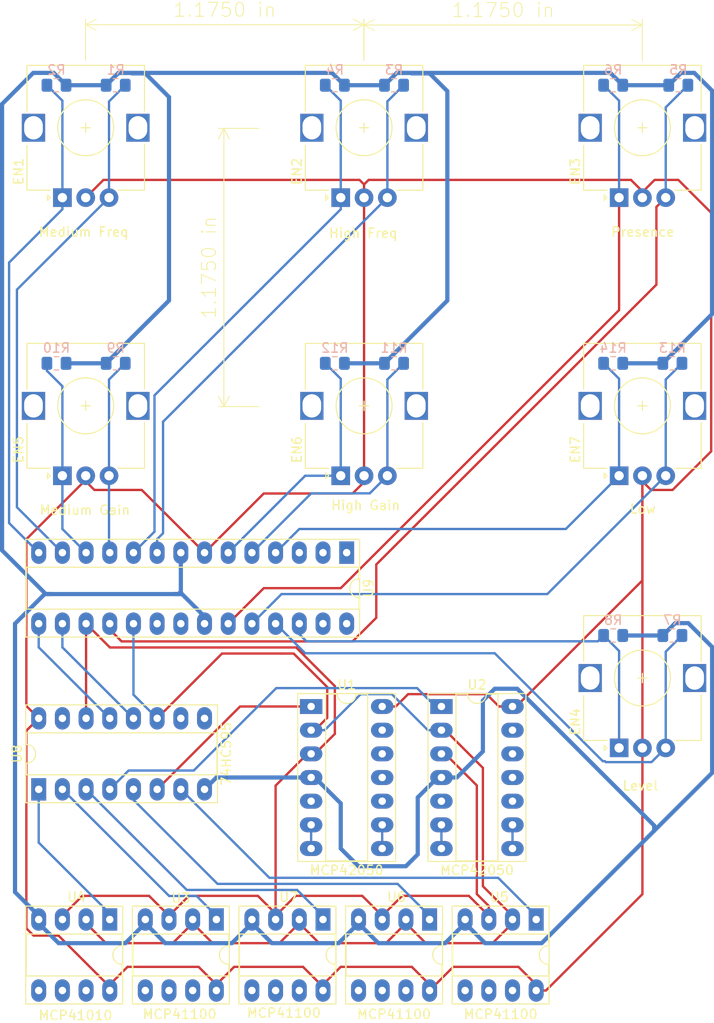
<source format=kicad_pcb>
(kicad_pcb (version 20171130) (host pcbnew "(5.0.2-5)-5")

  (general
    (thickness 1.6)
    (drawings 3)
    (tracks 379)
    (zones 0)
    (modules 30)
    (nets 67)
  )

  (page A4)
  (layers
    (0 F.Cu signal)
    (31 B.Cu signal)
    (32 B.Adhes user)
    (33 F.Adhes user)
    (34 B.Paste user)
    (35 F.Paste user)
    (36 B.SilkS user)
    (37 F.SilkS user)
    (38 B.Mask user)
    (39 F.Mask user)
    (40 Dwgs.User user)
    (41 Cmts.User user)
    (42 Eco1.User user)
    (43 Eco2.User user)
    (44 Edge.Cuts user)
    (45 Margin user)
    (46 B.CrtYd user)
    (47 F.CrtYd user)
    (48 B.Fab user)
    (49 F.Fab user)
  )

  (setup
    (last_trace_width 0.25)
    (trace_clearance 0.4)
    (zone_clearance 0.508)
    (zone_45_only no)
    (trace_min 0.2)
    (segment_width 0.2)
    (edge_width 0.15)
    (via_size 0.8)
    (via_drill 0.4)
    (via_min_size 0.4)
    (via_min_drill 0.3)
    (uvia_size 0.3)
    (uvia_drill 0.1)
    (uvias_allowed no)
    (uvia_min_size 0.2)
    (uvia_min_drill 0.1)
    (pcb_text_width 0.3)
    (pcb_text_size 1.5 1.5)
    (mod_edge_width 0.15)
    (mod_text_size 1 1)
    (mod_text_width 0.15)
    (pad_size 1.524 1.524)
    (pad_drill 0.762)
    (pad_to_mask_clearance 0.051)
    (solder_mask_min_width 0.25)
    (aux_axis_origin 0 0)
    (visible_elements FFFFFFFF)
    (pcbplotparams
      (layerselection 0x010fc_ffffffff)
      (usegerberextensions false)
      (usegerberattributes false)
      (usegerberadvancedattributes false)
      (creategerberjobfile false)
      (excludeedgelayer true)
      (linewidth 0.100000)
      (plotframeref false)
      (viasonmask false)
      (mode 1)
      (useauxorigin false)
      (hpglpennumber 1)
      (hpglpenspeed 20)
      (hpglpendiameter 15.000000)
      (psnegative false)
      (psa4output false)
      (plotreference true)
      (plotvalue true)
      (plotinvisibletext false)
      (padsonsilk false)
      (subtractmaskfromsilk false)
      (outputformat 1)
      (mirror false)
      (drillshape 1)
      (scaleselection 1)
      (outputdirectory ""))
  )

  (net 0 "")
  (net 1 QB)
  (net 2 "Net-(U8-Pad9)")
  (net 3 QC)
  (net 4 "Net-(U8-Pad10)")
  (net 5 QD)
  (net 6 SCK)
  (net 7 QE)
  (net 8 SS)
  (net 9 QF)
  (net 10 OE)
  (net 11 QG)
  (net 12 SI)
  (net 13 QH)
  (net 14 "Net-(U8-Pad15)")
  (net 15 GND)
  (net 16 +5V)
  (net 17 "Net-(U9-Pad1)")
  (net 18 RX)
  (net 19 TX)
  (net 20 E4B)
  (net 21 E4A)
  (net 22 "Net-(U9-Pad20)")
  (net 23 "Net-(U9-Pad21)")
  (net 24 E3B)
  (net 25 E3A)
  (net 26 E2B)
  (net 27 E2A)
  (net 28 E1B)
  (net 29 SDA)
  (net 30 E1A)
  (net 31 SCL)
  (net 32 E5A)
  (net 33 E5B)
  (net 34 E6B)
  (net 35 E6A)
  (net 36 E7B)
  (net 37 E7A)
  (net 38 MF11)
  (net 39 MF12)
  (net 40 "Net-(U1-Pad11)")
  (net 41 MF22)
  (net 42 "Net-(U1-Pad12)")
  (net 43 MF21)
  (net 44 "Net-(U1-Pad13)")
  (net 45 HF21)
  (net 46 "Net-(U2-Pad13)")
  (net 47 "Net-(U2-Pad12)")
  (net 48 HF22)
  (net 49 "Net-(U2-Pad11)")
  (net 50 HF12)
  (net 51 HF11)
  (net 52 PR1)
  (net 53 PRW)
  (net 54 PR2)
  (net 55 L1)
  (net 56 LW)
  (net 57 L2)
  (net 58 MG1)
  (net 59 MGW)
  (net 60 MG2)
  (net 61 HG2)
  (net 62 HGW)
  (net 63 HG1)
  (net 64 LO2)
  (net 65 LOW)
  (net 66 LO1)

  (net_class Default "This is the default net class."
    (clearance 0.4)
    (trace_width 0.25)
    (via_dia 0.8)
    (via_drill 0.4)
    (uvia_dia 0.3)
    (uvia_drill 0.1)
    (add_net +5V)
    (add_net E1A)
    (add_net E1B)
    (add_net E2A)
    (add_net E2B)
    (add_net E3A)
    (add_net E3B)
    (add_net E4A)
    (add_net E4B)
    (add_net E5A)
    (add_net E5B)
    (add_net E6A)
    (add_net E6B)
    (add_net E7A)
    (add_net E7B)
    (add_net HF11)
    (add_net HF12)
    (add_net HF21)
    (add_net HF22)
    (add_net HG1)
    (add_net HG2)
    (add_net HGW)
    (add_net L1)
    (add_net L2)
    (add_net LO1)
    (add_net LO2)
    (add_net LOW)
    (add_net LW)
    (add_net MF11)
    (add_net MF12)
    (add_net MF21)
    (add_net MF22)
    (add_net MG1)
    (add_net MG2)
    (add_net MGW)
    (add_net "Net-(U1-Pad11)")
    (add_net "Net-(U1-Pad12)")
    (add_net "Net-(U1-Pad13)")
    (add_net "Net-(U2-Pad11)")
    (add_net "Net-(U2-Pad12)")
    (add_net "Net-(U2-Pad13)")
    (add_net "Net-(U8-Pad10)")
    (add_net "Net-(U8-Pad15)")
    (add_net "Net-(U8-Pad9)")
    (add_net "Net-(U9-Pad1)")
    (add_net "Net-(U9-Pad20)")
    (add_net "Net-(U9-Pad21)")
    (add_net OE)
    (add_net PR1)
    (add_net PR2)
    (add_net PRW)
    (add_net QB)
    (add_net QC)
    (add_net QD)
    (add_net QE)
    (add_net QF)
    (add_net QG)
    (add_net QH)
    (add_net RX)
    (add_net SCK)
    (add_net SCL)
    (add_net SDA)
    (add_net SI)
    (add_net SS)
    (add_net TX)
  )

  (net_class GND ""
    (clearance 0.4)
    (trace_width 0.45)
    (via_dia 0.8)
    (via_drill 0.4)
    (uvia_dia 0.3)
    (uvia_drill 0.1)
    (add_net GND)
  )

  (module Package_DIP:DIP-28_W7.62mm_Socket_LongPads (layer F.Cu) (tedit 5A02E8C5) (tstamp 5D4AB59F)
    (at 129.54 69.85 270)
    (descr "28-lead though-hole mounted DIP package, row spacing 7.62 mm (300 mils), Socket, LongPads")
    (tags "THT DIP DIL PDIP 2.54mm 7.62mm 300mil Socket LongPads")
    (path /5CD343B4)
    (fp_text reference U9 (at 3.81 -2.33 270) (layer F.SilkS)
      (effects (font (size 1 1) (thickness 0.15)))
    )
    (fp_text value ATmega328P-PU (at 3.81 35.35 270) (layer F.Fab)
      (effects (font (size 1 1) (thickness 0.15)))
    )
    (fp_text user %R (at 3.81 16.51 270) (layer F.Fab)
      (effects (font (size 1 1) (thickness 0.15)))
    )
    (fp_line (start 9.15 -1.6) (end -1.55 -1.6) (layer F.CrtYd) (width 0.05))
    (fp_line (start 9.15 34.65) (end 9.15 -1.6) (layer F.CrtYd) (width 0.05))
    (fp_line (start -1.55 34.65) (end 9.15 34.65) (layer F.CrtYd) (width 0.05))
    (fp_line (start -1.55 -1.6) (end -1.55 34.65) (layer F.CrtYd) (width 0.05))
    (fp_line (start 9.06 -1.39) (end -1.44 -1.39) (layer F.SilkS) (width 0.12))
    (fp_line (start 9.06 34.41) (end 9.06 -1.39) (layer F.SilkS) (width 0.12))
    (fp_line (start -1.44 34.41) (end 9.06 34.41) (layer F.SilkS) (width 0.12))
    (fp_line (start -1.44 -1.39) (end -1.44 34.41) (layer F.SilkS) (width 0.12))
    (fp_line (start 6.06 -1.33) (end 4.81 -1.33) (layer F.SilkS) (width 0.12))
    (fp_line (start 6.06 34.35) (end 6.06 -1.33) (layer F.SilkS) (width 0.12))
    (fp_line (start 1.56 34.35) (end 6.06 34.35) (layer F.SilkS) (width 0.12))
    (fp_line (start 1.56 -1.33) (end 1.56 34.35) (layer F.SilkS) (width 0.12))
    (fp_line (start 2.81 -1.33) (end 1.56 -1.33) (layer F.SilkS) (width 0.12))
    (fp_line (start 8.89 -1.33) (end -1.27 -1.33) (layer F.Fab) (width 0.1))
    (fp_line (start 8.89 34.35) (end 8.89 -1.33) (layer F.Fab) (width 0.1))
    (fp_line (start -1.27 34.35) (end 8.89 34.35) (layer F.Fab) (width 0.1))
    (fp_line (start -1.27 -1.33) (end -1.27 34.35) (layer F.Fab) (width 0.1))
    (fp_line (start 0.635 -0.27) (end 1.635 -1.27) (layer F.Fab) (width 0.1))
    (fp_line (start 0.635 34.29) (end 0.635 -0.27) (layer F.Fab) (width 0.1))
    (fp_line (start 6.985 34.29) (end 0.635 34.29) (layer F.Fab) (width 0.1))
    (fp_line (start 6.985 -1.27) (end 6.985 34.29) (layer F.Fab) (width 0.1))
    (fp_line (start 1.635 -1.27) (end 6.985 -1.27) (layer F.Fab) (width 0.1))
    (fp_arc (start 3.81 -1.33) (end 2.81 -1.33) (angle -180) (layer F.SilkS) (width 0.12))
    (pad 28 thru_hole oval (at 7.62 0 270) (size 2.4 1.6) (drill 0.8) (layers *.Cu *.Mask)
      (net 31 SCL))
    (pad 14 thru_hole oval (at 0 33.02 270) (size 2.4 1.6) (drill 0.8) (layers *.Cu *.Mask)
      (net 30 E1A))
    (pad 27 thru_hole oval (at 7.62 2.54 270) (size 2.4 1.6) (drill 0.8) (layers *.Cu *.Mask)
      (net 29 SDA))
    (pad 13 thru_hole oval (at 0 30.48 270) (size 2.4 1.6) (drill 0.8) (layers *.Cu *.Mask)
      (net 28 E1B))
    (pad 26 thru_hole oval (at 7.62 5.08 270) (size 2.4 1.6) (drill 0.8) (layers *.Cu *.Mask)
      (net 21 E4A))
    (pad 12 thru_hole oval (at 0 27.94 270) (size 2.4 1.6) (drill 0.8) (layers *.Cu *.Mask)
      (net 32 E5A))
    (pad 25 thru_hole oval (at 7.62 7.62 270) (size 2.4 1.6) (drill 0.8) (layers *.Cu *.Mask)
      (net 20 E4B))
    (pad 11 thru_hole oval (at 0 25.4 270) (size 2.4 1.6) (drill 0.8) (layers *.Cu *.Mask)
      (net 33 E5B))
    (pad 24 thru_hole oval (at 7.62 10.16 270) (size 2.4 1.6) (drill 0.8) (layers *.Cu *.Mask)
      (net 36 E7B))
    (pad 10 thru_hole oval (at 0 22.86 270) (size 2.4 1.6) (drill 0.8) (layers *.Cu *.Mask)
      (net 27 E2A))
    (pad 23 thru_hole oval (at 7.62 12.7 270) (size 2.4 1.6) (drill 0.8) (layers *.Cu *.Mask)
      (net 25 E3A))
    (pad 9 thru_hole oval (at 0 20.32 270) (size 2.4 1.6) (drill 0.8) (layers *.Cu *.Mask)
      (net 26 E2B))
    (pad 22 thru_hole oval (at 7.62 15.24 270) (size 2.4 1.6) (drill 0.8) (layers *.Cu *.Mask)
      (net 15 GND))
    (pad 8 thru_hole oval (at 0 17.78 270) (size 2.4 1.6) (drill 0.8) (layers *.Cu *.Mask)
      (net 15 GND))
    (pad 21 thru_hole oval (at 7.62 17.78 270) (size 2.4 1.6) (drill 0.8) (layers *.Cu *.Mask)
      (net 23 "Net-(U9-Pad21)"))
    (pad 7 thru_hole oval (at 0 15.24 270) (size 2.4 1.6) (drill 0.8) (layers *.Cu *.Mask)
      (net 16 +5V))
    (pad 20 thru_hole oval (at 7.62 20.32 270) (size 2.4 1.6) (drill 0.8) (layers *.Cu *.Mask)
      (net 22 "Net-(U9-Pad20)"))
    (pad 6 thru_hole oval (at 0 12.7 270) (size 2.4 1.6) (drill 0.8) (layers *.Cu *.Mask)
      (net 35 E6A))
    (pad 19 thru_hole oval (at 7.62 22.86 270) (size 2.4 1.6) (drill 0.8) (layers *.Cu *.Mask)
      (net 6 SCK))
    (pad 5 thru_hole oval (at 0 10.16 270) (size 2.4 1.6) (drill 0.8) (layers *.Cu *.Mask)
      (net 34 E6B))
    (pad 18 thru_hole oval (at 7.62 25.4 270) (size 2.4 1.6) (drill 0.8) (layers *.Cu *.Mask)
      (net 24 E3B))
    (pad 4 thru_hole oval (at 0 7.62 270) (size 2.4 1.6) (drill 0.8) (layers *.Cu *.Mask)
      (net 37 E7A))
    (pad 17 thru_hole oval (at 7.62 27.94 270) (size 2.4 1.6) (drill 0.8) (layers *.Cu *.Mask)
      (net 12 SI))
    (pad 3 thru_hole oval (at 0 5.08 270) (size 2.4 1.6) (drill 0.8) (layers *.Cu *.Mask)
      (net 19 TX))
    (pad 16 thru_hole oval (at 7.62 30.48 270) (size 2.4 1.6) (drill 0.8) (layers *.Cu *.Mask)
      (net 8 SS))
    (pad 2 thru_hole oval (at 0 2.54 270) (size 2.4 1.6) (drill 0.8) (layers *.Cu *.Mask)
      (net 18 RX))
    (pad 15 thru_hole oval (at 7.62 33.02 270) (size 2.4 1.6) (drill 0.8) (layers *.Cu *.Mask)
      (net 10 OE))
    (pad 1 thru_hole rect (at 0 0 270) (size 2.4 1.6) (drill 0.8) (layers *.Cu *.Mask)
      (net 17 "Net-(U9-Pad1)"))
    (model ${KISYS3DMOD}/Package_DIP.3dshapes/DIP-28_W7.62mm_Socket.wrl
      (at (xyz 0 0 0))
      (scale (xyz 1 1 1))
      (rotate (xyz 0 0 0))
    )
  )

  (module Package_DIP:DIP-16_W7.62mm_Socket_LongPads (layer F.Cu) (tedit 5D41C8EB) (tstamp 5D4AAF5E)
    (at 96.52 95.25 90)
    (descr "16-lead though-hole mounted DIP package, row spacing 7.62 mm (300 mils), Socket, LongPads")
    (tags "THT DIP DIL PDIP 2.54mm 7.62mm 300mil Socket LongPads")
    (path /5CA6DFD7)
    (fp_text reference U8 (at 3.81 -2.33 90) (layer F.SilkS)
      (effects (font (size 1 1) (thickness 0.15)))
    )
    (fp_text value 74HC595 (at 3.81 20.11 90) (layer F.SilkS)
      (effects (font (size 1 1) (thickness 0.15)))
    )
    (fp_text user %R (at 3.81 8.89 90) (layer F.Fab)
      (effects (font (size 1 1) (thickness 0.15)))
    )
    (fp_line (start 9.15 -1.6) (end -1.55 -1.6) (layer F.CrtYd) (width 0.05))
    (fp_line (start 9.15 19.4) (end 9.15 -1.6) (layer F.CrtYd) (width 0.05))
    (fp_line (start -1.55 19.4) (end 9.15 19.4) (layer F.CrtYd) (width 0.05))
    (fp_line (start -1.55 -1.6) (end -1.55 19.4) (layer F.CrtYd) (width 0.05))
    (fp_line (start 9.06 -1.39) (end -1.44 -1.39) (layer F.SilkS) (width 0.12))
    (fp_line (start 9.06 19.17) (end 9.06 -1.39) (layer F.SilkS) (width 0.12))
    (fp_line (start -1.44 19.17) (end 9.06 19.17) (layer F.SilkS) (width 0.12))
    (fp_line (start -1.44 -1.39) (end -1.44 19.17) (layer F.SilkS) (width 0.12))
    (fp_line (start 6.06 -1.33) (end 4.81 -1.33) (layer F.SilkS) (width 0.12))
    (fp_line (start 6.06 19.11) (end 6.06 -1.33) (layer F.SilkS) (width 0.12))
    (fp_line (start 1.56 19.11) (end 6.06 19.11) (layer F.SilkS) (width 0.12))
    (fp_line (start 1.56 -1.33) (end 1.56 19.11) (layer F.SilkS) (width 0.12))
    (fp_line (start 2.81 -1.33) (end 1.56 -1.33) (layer F.SilkS) (width 0.12))
    (fp_line (start 8.89 -1.33) (end -1.27 -1.33) (layer F.Fab) (width 0.1))
    (fp_line (start 8.89 19.11) (end 8.89 -1.33) (layer F.Fab) (width 0.1))
    (fp_line (start -1.27 19.11) (end 8.89 19.11) (layer F.Fab) (width 0.1))
    (fp_line (start -1.27 -1.33) (end -1.27 19.11) (layer F.Fab) (width 0.1))
    (fp_line (start 0.635 -0.27) (end 1.635 -1.27) (layer F.Fab) (width 0.1))
    (fp_line (start 0.635 19.05) (end 0.635 -0.27) (layer F.Fab) (width 0.1))
    (fp_line (start 6.985 19.05) (end 0.635 19.05) (layer F.Fab) (width 0.1))
    (fp_line (start 6.985 -1.27) (end 6.985 19.05) (layer F.Fab) (width 0.1))
    (fp_line (start 1.635 -1.27) (end 6.985 -1.27) (layer F.Fab) (width 0.1))
    (fp_arc (start 3.81 -1.33) (end 2.81 -1.33) (angle -180) (layer F.SilkS) (width 0.12))
    (pad 16 thru_hole oval (at 7.62 0 90) (size 2.4 1.6) (drill 0.8) (layers *.Cu *.Mask)
      (net 16 +5V))
    (pad 8 thru_hole oval (at 0 17.78 90) (size 2.4 1.6) (drill 0.8) (layers *.Cu *.Mask)
      (net 15 GND))
    (pad 15 thru_hole oval (at 7.62 2.54 90) (size 2.4 1.6) (drill 0.8) (layers *.Cu *.Mask)
      (net 14 "Net-(U8-Pad15)"))
    (pad 7 thru_hole oval (at 0 15.24 90) (size 2.4 1.6) (drill 0.8) (layers *.Cu *.Mask)
      (net 13 QH))
    (pad 14 thru_hole oval (at 7.62 5.08 90) (size 2.4 1.6) (drill 0.8) (layers *.Cu *.Mask)
      (net 12 SI))
    (pad 6 thru_hole oval (at 0 12.7 90) (size 2.4 1.6) (drill 0.8) (layers *.Cu *.Mask)
      (net 11 QG))
    (pad 13 thru_hole oval (at 7.62 7.62 90) (size 2.4 1.6) (drill 0.8) (layers *.Cu *.Mask)
      (net 10 OE))
    (pad 5 thru_hole oval (at 0 10.16 90) (size 2.4 1.6) (drill 0.8) (layers *.Cu *.Mask)
      (net 9 QF))
    (pad 12 thru_hole oval (at 7.62 10.16 90) (size 2.4 1.6) (drill 0.8) (layers *.Cu *.Mask)
      (net 8 SS))
    (pad 4 thru_hole oval (at 0 7.62 90) (size 2.4 1.6) (drill 0.8) (layers *.Cu *.Mask)
      (net 7 QE))
    (pad 11 thru_hole oval (at 7.62 12.7 90) (size 2.4 1.6) (drill 0.8) (layers *.Cu *.Mask)
      (net 6 SCK))
    (pad 3 thru_hole oval (at 0 5.08 90) (size 2.4 1.6) (drill 0.8) (layers *.Cu *.Mask)
      (net 5 QD))
    (pad 10 thru_hole oval (at 7.62 15.24 90) (size 2.4 1.6) (drill 0.8) (layers *.Cu *.Mask)
      (net 4 "Net-(U8-Pad10)"))
    (pad 2 thru_hole oval (at 0 2.54 90) (size 2.4 1.6) (drill 0.8) (layers *.Cu *.Mask)
      (net 3 QC))
    (pad 9 thru_hole oval (at 7.62 17.78 90) (size 2.4 1.6) (drill 0.8) (layers *.Cu *.Mask)
      (net 2 "Net-(U8-Pad9)"))
    (pad 1 thru_hole rect (at 0 0 90) (size 2.4 1.6) (drill 0.8) (layers *.Cu *.Mask)
      (net 1 QB))
    (model ${KISYS3DMOD}/Package_DIP.3dshapes/DIP-16_W7.62mm_Socket.wrl
      (at (xyz 0 0 0))
      (scale (xyz 1 1 1))
      (rotate (xyz 0 0 0))
    )
  )

  (module Rotary_Encoder:RotaryEncoder_Alps_EC12E_Vertical_H20mm (layer F.Cu) (tedit 5D41CA37) (tstamp 5CE9D84E)
    (at 99.06 31.75 90)
    (descr "Alps rotary encoder, EC12E..., vertical shaft, http://www.alps.com/prod/info/E/HTML/Encoder/Incremental/EC12E/EC12E1240405.html")
    (tags "rotary encoder")
    (path /5CD35B39)
    (fp_text reference EN1 (at 2.8 -4.7 90) (layer F.SilkS)
      (effects (font (size 1 1) (thickness 0.15)))
    )
    (fp_text value "Medium Freq" (at -3.683 2.286 180) (layer F.SilkS)
      (effects (font (size 1 1) (thickness 0.15)))
    )
    (fp_line (start 7 2.5) (end 8 2.5) (layer F.SilkS) (width 0.12))
    (fp_line (start 7.5 2) (end 7.5 3) (layer F.SilkS) (width 0.12))
    (fp_line (start 4.5 2.5) (end 10.5 2.5) (layer F.Fab) (width 0.12))
    (fp_line (start 7.5 -0.5) (end 7.5 5.5) (layer F.Fab) (width 0.12))
    (fp_text user %R (at 11.5 6.6 90) (layer F.Fab)
      (effects (font (size 1 1) (thickness 0.15)))
    )
    (fp_line (start 0.3 -1.6) (end 0 -1.3) (layer F.SilkS) (width 0.12))
    (fp_line (start -0.3 -1.6) (end 0.3 -1.6) (layer F.SilkS) (width 0.12))
    (fp_line (start 0 -1.3) (end -0.3 -1.6) (layer F.SilkS) (width 0.12))
    (fp_line (start 0.8 -3.8) (end 0.8 -1.3) (layer F.SilkS) (width 0.12))
    (fp_line (start 5.6 -3.8) (end 0.8 -3.8) (layer F.SilkS) (width 0.12))
    (fp_line (start 0.8 8.8) (end 0.8 6) (layer F.SilkS) (width 0.12))
    (fp_line (start 5.7 8.8) (end 0.8 8.8) (layer F.SilkS) (width 0.12))
    (fp_line (start 14.2 8.8) (end 9.3 8.8) (layer F.SilkS) (width 0.12))
    (fp_line (start 14.2 -3.8) (end 14.2 8.8) (layer F.SilkS) (width 0.12))
    (fp_line (start 9.3 -3.8) (end 14.2 -3.8) (layer F.SilkS) (width 0.12))
    (fp_line (start 0.9 -2.6) (end 1.9 -3.7) (layer F.Fab) (width 0.12))
    (fp_line (start 0.9 8.7) (end 0.9 -2.6) (layer F.Fab) (width 0.12))
    (fp_line (start 14.1 8.7) (end 0.9 8.7) (layer F.Fab) (width 0.12))
    (fp_line (start 14.1 -3.7) (end 14.1 8.7) (layer F.Fab) (width 0.12))
    (fp_line (start 1.9 -3.7) (end 14.1 -3.7) (layer F.Fab) (width 0.12))
    (fp_line (start -1.25 -4.6) (end 14.35 -4.6) (layer F.CrtYd) (width 0.05))
    (fp_line (start -1.25 -4.6) (end -1.25 9.6) (layer F.CrtYd) (width 0.05))
    (fp_line (start 14.35 9.6) (end 14.35 -4.6) (layer F.CrtYd) (width 0.05))
    (fp_line (start 14.35 9.6) (end -1.25 9.6) (layer F.CrtYd) (width 0.05))
    (fp_circle (center 7.5 2.5) (end 10.5 2.5) (layer F.SilkS) (width 0.12))
    (fp_circle (center 7.5 2.5) (end 10.5 2.5) (layer F.Fab) (width 0.12))
    (pad MP thru_hole rect (at 7.5 8.1 90) (size 3 2.5) (drill oval 2.5 2) (layers *.Cu *.Mask))
    (pad MP thru_hole rect (at 7.5 -3.1 90) (size 3 2.5) (drill oval 2.5 2) (layers *.Cu *.Mask))
    (pad B thru_hole circle (at 0 5 90) (size 2 2) (drill 1) (layers *.Cu *.Mask)
      (net 28 E1B))
    (pad C thru_hole circle (at 0 2.5 90) (size 2 2) (drill 1) (layers *.Cu *.Mask)
      (net 16 +5V))
    (pad A thru_hole rect (at 0 0 90) (size 2 2) (drill 1) (layers *.Cu *.Mask)
      (net 30 E1A))
    (model ${KISYS3DMOD}/Rotary_Encoder.3dshapes/RotaryEncoder_Alps_EC12E_Vertical_H20mm.wrl
      (at (xyz 0 0 0))
      (scale (xyz 1 1 1))
      (rotate (xyz 0 0 0))
    )
  )

  (module Rotary_Encoder:RotaryEncoder_Alps_EC12E_Vertical_H20mm (layer F.Cu) (tedit 5D41C8B1) (tstamp 5CE9D871)
    (at 128.905 31.75 90)
    (descr "Alps rotary encoder, EC12E..., vertical shaft, http://www.alps.com/prod/info/E/HTML/Encoder/Incremental/EC12E/EC12E1240405.html")
    (tags "rotary encoder")
    (path /5CD36B47)
    (fp_text reference EN2 (at 2.8 -4.7 90) (layer F.SilkS)
      (effects (font (size 1 1) (thickness 0.15)))
    )
    (fp_text value "High Freq" (at -3.81 2.413 180) (layer F.SilkS)
      (effects (font (size 1 1) (thickness 0.15)))
    )
    (fp_line (start 7 2.5) (end 8 2.5) (layer F.SilkS) (width 0.12))
    (fp_line (start 7.5 2) (end 7.5 3) (layer F.SilkS) (width 0.12))
    (fp_line (start 4.5 2.5) (end 10.5 2.5) (layer F.Fab) (width 0.12))
    (fp_line (start 7.5 -0.5) (end 7.5 5.5) (layer F.Fab) (width 0.12))
    (fp_text user %R (at 11.5 6.6 90) (layer F.Fab)
      (effects (font (size 1 1) (thickness 0.15)))
    )
    (fp_line (start 0.3 -1.6) (end 0 -1.3) (layer F.SilkS) (width 0.12))
    (fp_line (start -0.3 -1.6) (end 0.3 -1.6) (layer F.SilkS) (width 0.12))
    (fp_line (start 0 -1.3) (end -0.3 -1.6) (layer F.SilkS) (width 0.12))
    (fp_line (start 0.8 -3.8) (end 0.8 -1.3) (layer F.SilkS) (width 0.12))
    (fp_line (start 5.6 -3.8) (end 0.8 -3.8) (layer F.SilkS) (width 0.12))
    (fp_line (start 0.8 8.8) (end 0.8 6) (layer F.SilkS) (width 0.12))
    (fp_line (start 5.7 8.8) (end 0.8 8.8) (layer F.SilkS) (width 0.12))
    (fp_line (start 14.2 8.8) (end 9.3 8.8) (layer F.SilkS) (width 0.12))
    (fp_line (start 14.2 -3.8) (end 14.2 8.8) (layer F.SilkS) (width 0.12))
    (fp_line (start 9.3 -3.8) (end 14.2 -3.8) (layer F.SilkS) (width 0.12))
    (fp_line (start 0.9 -2.6) (end 1.9 -3.7) (layer F.Fab) (width 0.12))
    (fp_line (start 0.9 8.7) (end 0.9 -2.6) (layer F.Fab) (width 0.12))
    (fp_line (start 14.1 8.7) (end 0.9 8.7) (layer F.Fab) (width 0.12))
    (fp_line (start 14.1 -3.7) (end 14.1 8.7) (layer F.Fab) (width 0.12))
    (fp_line (start 1.9 -3.7) (end 14.1 -3.7) (layer F.Fab) (width 0.12))
    (fp_line (start -1.25 -4.6) (end 14.35 -4.6) (layer F.CrtYd) (width 0.05))
    (fp_line (start -1.25 -4.6) (end -1.25 9.6) (layer F.CrtYd) (width 0.05))
    (fp_line (start 14.35 9.6) (end 14.35 -4.6) (layer F.CrtYd) (width 0.05))
    (fp_line (start 14.35 9.6) (end -1.25 9.6) (layer F.CrtYd) (width 0.05))
    (fp_circle (center 7.5 2.5) (end 10.5 2.5) (layer F.SilkS) (width 0.12))
    (fp_circle (center 7.5 2.5) (end 10.5 2.5) (layer F.Fab) (width 0.12))
    (pad MP thru_hole rect (at 7.5 8.1 90) (size 3 2.5) (drill oval 2.5 2) (layers *.Cu *.Mask))
    (pad MP thru_hole rect (at 7.5 -3.1 90) (size 3 2.5) (drill oval 2.5 2) (layers *.Cu *.Mask))
    (pad B thru_hole circle (at 0 5 90) (size 2 2) (drill 1) (layers *.Cu *.Mask)
      (net 26 E2B))
    (pad C thru_hole circle (at 0 2.5 90) (size 2 2) (drill 1) (layers *.Cu *.Mask)
      (net 16 +5V))
    (pad A thru_hole rect (at 0 0 90) (size 2 2) (drill 1) (layers *.Cu *.Mask)
      (net 27 E2A))
    (model ${KISYS3DMOD}/Rotary_Encoder.3dshapes/RotaryEncoder_Alps_EC12E_Vertical_H20mm.wrl
      (at (xyz 0 0 0))
      (scale (xyz 1 1 1))
      (rotate (xyz 0 0 0))
    )
  )

  (module Rotary_Encoder:RotaryEncoder_Alps_EC12E_Vertical_H20mm (layer F.Cu) (tedit 5D41CA47) (tstamp 5CE9D894)
    (at 158.75 31.75 90)
    (descr "Alps rotary encoder, EC12E..., vertical shaft, http://www.alps.com/prod/info/E/HTML/Encoder/Incremental/EC12E/EC12E1240405.html")
    (tags "rotary encoder")
    (path /5CD36935)
    (fp_text reference EN3 (at 2.8 -4.7 90) (layer F.SilkS)
      (effects (font (size 1 1) (thickness 0.15)))
    )
    (fp_text value Presence (at -3.683 2.54 180) (layer F.SilkS)
      (effects (font (size 1 1) (thickness 0.15)))
    )
    (fp_circle (center 7.5 2.5) (end 10.5 2.5) (layer F.Fab) (width 0.12))
    (fp_circle (center 7.5 2.5) (end 10.5 2.5) (layer F.SilkS) (width 0.12))
    (fp_line (start 14.35 9.6) (end -1.25 9.6) (layer F.CrtYd) (width 0.05))
    (fp_line (start 14.35 9.6) (end 14.35 -4.6) (layer F.CrtYd) (width 0.05))
    (fp_line (start -1.25 -4.6) (end -1.25 9.6) (layer F.CrtYd) (width 0.05))
    (fp_line (start -1.25 -4.6) (end 14.35 -4.6) (layer F.CrtYd) (width 0.05))
    (fp_line (start 1.9 -3.7) (end 14.1 -3.7) (layer F.Fab) (width 0.12))
    (fp_line (start 14.1 -3.7) (end 14.1 8.7) (layer F.Fab) (width 0.12))
    (fp_line (start 14.1 8.7) (end 0.9 8.7) (layer F.Fab) (width 0.12))
    (fp_line (start 0.9 8.7) (end 0.9 -2.6) (layer F.Fab) (width 0.12))
    (fp_line (start 0.9 -2.6) (end 1.9 -3.7) (layer F.Fab) (width 0.12))
    (fp_line (start 9.3 -3.8) (end 14.2 -3.8) (layer F.SilkS) (width 0.12))
    (fp_line (start 14.2 -3.8) (end 14.2 8.8) (layer F.SilkS) (width 0.12))
    (fp_line (start 14.2 8.8) (end 9.3 8.8) (layer F.SilkS) (width 0.12))
    (fp_line (start 5.7 8.8) (end 0.8 8.8) (layer F.SilkS) (width 0.12))
    (fp_line (start 0.8 8.8) (end 0.8 6) (layer F.SilkS) (width 0.12))
    (fp_line (start 5.6 -3.8) (end 0.8 -3.8) (layer F.SilkS) (width 0.12))
    (fp_line (start 0.8 -3.8) (end 0.8 -1.3) (layer F.SilkS) (width 0.12))
    (fp_line (start 0 -1.3) (end -0.3 -1.6) (layer F.SilkS) (width 0.12))
    (fp_line (start -0.3 -1.6) (end 0.3 -1.6) (layer F.SilkS) (width 0.12))
    (fp_line (start 0.3 -1.6) (end 0 -1.3) (layer F.SilkS) (width 0.12))
    (fp_text user %R (at 11.5 6.6 90) (layer F.Fab)
      (effects (font (size 1 1) (thickness 0.15)))
    )
    (fp_line (start 7.5 -0.5) (end 7.5 5.5) (layer F.Fab) (width 0.12))
    (fp_line (start 4.5 2.5) (end 10.5 2.5) (layer F.Fab) (width 0.12))
    (fp_line (start 7.5 2) (end 7.5 3) (layer F.SilkS) (width 0.12))
    (fp_line (start 7 2.5) (end 8 2.5) (layer F.SilkS) (width 0.12))
    (pad A thru_hole rect (at 0 0 90) (size 2 2) (drill 1) (layers *.Cu *.Mask)
      (net 25 E3A))
    (pad C thru_hole circle (at 0 2.5 90) (size 2 2) (drill 1) (layers *.Cu *.Mask)
      (net 16 +5V))
    (pad B thru_hole circle (at 0 5 90) (size 2 2) (drill 1) (layers *.Cu *.Mask)
      (net 24 E3B))
    (pad MP thru_hole rect (at 7.5 -3.1 90) (size 3 2.5) (drill oval 2.5 2) (layers *.Cu *.Mask))
    (pad MP thru_hole rect (at 7.5 8.1 90) (size 3 2.5) (drill oval 2.5 2) (layers *.Cu *.Mask))
    (model ${KISYS3DMOD}/Rotary_Encoder.3dshapes/RotaryEncoder_Alps_EC12E_Vertical_H20mm.wrl
      (at (xyz 0 0 0))
      (scale (xyz 1 1 1))
      (rotate (xyz 0 0 0))
    )
  )

  (module Rotary_Encoder:RotaryEncoder_Alps_EC12E_Vertical_H20mm (layer F.Cu) (tedit 5D41CAA6) (tstamp 5CE9D8B7)
    (at 158.75 90.805 90)
    (descr "Alps rotary encoder, EC12E..., vertical shaft, http://www.alps.com/prod/info/E/HTML/Encoder/Incremental/EC12E/EC12E1240405.html")
    (tags "rotary encoder")
    (path /5CD3822D)
    (fp_text reference EN4 (at 2.8 -4.7 90) (layer F.SilkS)
      (effects (font (size 1 1) (thickness 0.15)))
    )
    (fp_text value Level (at -4.064 2.286 180) (layer F.SilkS)
      (effects (font (size 1 1) (thickness 0.15)))
    )
    (fp_circle (center 7.5 2.5) (end 10.5 2.5) (layer F.Fab) (width 0.12))
    (fp_circle (center 7.5 2.5) (end 10.5 2.5) (layer F.SilkS) (width 0.12))
    (fp_line (start 14.35 9.6) (end -1.25 9.6) (layer F.CrtYd) (width 0.05))
    (fp_line (start 14.35 9.6) (end 14.35 -4.6) (layer F.CrtYd) (width 0.05))
    (fp_line (start -1.25 -4.6) (end -1.25 9.6) (layer F.CrtYd) (width 0.05))
    (fp_line (start -1.25 -4.6) (end 14.35 -4.6) (layer F.CrtYd) (width 0.05))
    (fp_line (start 1.9 -3.7) (end 14.1 -3.7) (layer F.Fab) (width 0.12))
    (fp_line (start 14.1 -3.7) (end 14.1 8.7) (layer F.Fab) (width 0.12))
    (fp_line (start 14.1 8.7) (end 0.9 8.7) (layer F.Fab) (width 0.12))
    (fp_line (start 0.9 8.7) (end 0.9 -2.6) (layer F.Fab) (width 0.12))
    (fp_line (start 0.9 -2.6) (end 1.9 -3.7) (layer F.Fab) (width 0.12))
    (fp_line (start 9.3 -3.8) (end 14.2 -3.8) (layer F.SilkS) (width 0.12))
    (fp_line (start 14.2 -3.8) (end 14.2 8.8) (layer F.SilkS) (width 0.12))
    (fp_line (start 14.2 8.8) (end 9.3 8.8) (layer F.SilkS) (width 0.12))
    (fp_line (start 5.7 8.8) (end 0.8 8.8) (layer F.SilkS) (width 0.12))
    (fp_line (start 0.8 8.8) (end 0.8 6) (layer F.SilkS) (width 0.12))
    (fp_line (start 5.6 -3.8) (end 0.8 -3.8) (layer F.SilkS) (width 0.12))
    (fp_line (start 0.8 -3.8) (end 0.8 -1.3) (layer F.SilkS) (width 0.12))
    (fp_line (start 0 -1.3) (end -0.3 -1.6) (layer F.SilkS) (width 0.12))
    (fp_line (start -0.3 -1.6) (end 0.3 -1.6) (layer F.SilkS) (width 0.12))
    (fp_line (start 0.3 -1.6) (end 0 -1.3) (layer F.SilkS) (width 0.12))
    (fp_text user %R (at 11.5 6.6 90) (layer F.Fab)
      (effects (font (size 1 1) (thickness 0.15)))
    )
    (fp_line (start 7.5 -0.5) (end 7.5 5.5) (layer F.Fab) (width 0.12))
    (fp_line (start 4.5 2.5) (end 10.5 2.5) (layer F.Fab) (width 0.12))
    (fp_line (start 7.5 2) (end 7.5 3) (layer F.SilkS) (width 0.12))
    (fp_line (start 7 2.5) (end 8 2.5) (layer F.SilkS) (width 0.12))
    (pad A thru_hole rect (at 0 0 90) (size 2 2) (drill 1) (layers *.Cu *.Mask)
      (net 21 E4A))
    (pad C thru_hole circle (at 0 2.5 90) (size 2 2) (drill 1) (layers *.Cu *.Mask)
      (net 16 +5V))
    (pad B thru_hole circle (at 0 5 90) (size 2 2) (drill 1) (layers *.Cu *.Mask)
      (net 20 E4B))
    (pad MP thru_hole rect (at 7.5 -3.1 90) (size 3 2.5) (drill oval 2.5 2) (layers *.Cu *.Mask))
    (pad MP thru_hole rect (at 7.5 8.1 90) (size 3 2.5) (drill oval 2.5 2) (layers *.Cu *.Mask))
    (model ${KISYS3DMOD}/Rotary_Encoder.3dshapes/RotaryEncoder_Alps_EC12E_Vertical_H20mm.wrl
      (at (xyz 0 0 0))
      (scale (xyz 1 1 1))
      (rotate (xyz 0 0 0))
    )
  )

  (module Rotary_Encoder:RotaryEncoder_Alps_EC12E_Vertical_H20mm (layer F.Cu) (tedit 5D41CAC6) (tstamp 5CF59122)
    (at 99.06 61.595 90)
    (descr "Alps rotary encoder, EC12E..., vertical shaft, http://www.alps.com/prod/info/E/HTML/Encoder/Incremental/EC12E/EC12E1240405.html")
    (tags "rotary encoder")
    (path /5CD38291)
    (fp_text reference EN5 (at 2.8 -4.7 90) (layer F.SilkS)
      (effects (font (size 1 1) (thickness 0.15)))
    )
    (fp_text value "Medium Gain" (at -3.683 2.413 180) (layer F.SilkS)
      (effects (font (size 1 1) (thickness 0.15)))
    )
    (fp_circle (center 7.5 2.5) (end 10.5 2.5) (layer F.Fab) (width 0.12))
    (fp_circle (center 7.5 2.5) (end 10.5 2.5) (layer F.SilkS) (width 0.12))
    (fp_line (start 14.35 9.6) (end -1.25 9.6) (layer F.CrtYd) (width 0.05))
    (fp_line (start 14.35 9.6) (end 14.35 -4.6) (layer F.CrtYd) (width 0.05))
    (fp_line (start -1.25 -4.6) (end -1.25 9.6) (layer F.CrtYd) (width 0.05))
    (fp_line (start -1.25 -4.6) (end 14.35 -4.6) (layer F.CrtYd) (width 0.05))
    (fp_line (start 1.9 -3.7) (end 14.1 -3.7) (layer F.Fab) (width 0.12))
    (fp_line (start 14.1 -3.7) (end 14.1 8.7) (layer F.Fab) (width 0.12))
    (fp_line (start 14.1 8.7) (end 0.9 8.7) (layer F.Fab) (width 0.12))
    (fp_line (start 0.9 8.7) (end 0.9 -2.6) (layer F.Fab) (width 0.12))
    (fp_line (start 0.9 -2.6) (end 1.9 -3.7) (layer F.Fab) (width 0.12))
    (fp_line (start 9.3 -3.8) (end 14.2 -3.8) (layer F.SilkS) (width 0.12))
    (fp_line (start 14.2 -3.8) (end 14.2 8.8) (layer F.SilkS) (width 0.12))
    (fp_line (start 14.2 8.8) (end 9.3 8.8) (layer F.SilkS) (width 0.12))
    (fp_line (start 5.7 8.8) (end 0.8 8.8) (layer F.SilkS) (width 0.12))
    (fp_line (start 0.8 8.8) (end 0.8 6) (layer F.SilkS) (width 0.12))
    (fp_line (start 5.6 -3.8) (end 0.8 -3.8) (layer F.SilkS) (width 0.12))
    (fp_line (start 0.8 -3.8) (end 0.8 -1.3) (layer F.SilkS) (width 0.12))
    (fp_line (start 0 -1.3) (end -0.3 -1.6) (layer F.SilkS) (width 0.12))
    (fp_line (start -0.3 -1.6) (end 0.3 -1.6) (layer F.SilkS) (width 0.12))
    (fp_line (start 0.3 -1.6) (end 0 -1.3) (layer F.SilkS) (width 0.12))
    (fp_text user %R (at 11.5 6.6 90) (layer F.Fab)
      (effects (font (size 1 1) (thickness 0.15)))
    )
    (fp_line (start 7.5 -0.5) (end 7.5 5.5) (layer F.Fab) (width 0.12))
    (fp_line (start 4.5 2.5) (end 10.5 2.5) (layer F.Fab) (width 0.12))
    (fp_line (start 7.5 2) (end 7.5 3) (layer F.SilkS) (width 0.12))
    (fp_line (start 7 2.5) (end 8 2.5) (layer F.SilkS) (width 0.12))
    (pad A thru_hole rect (at 0 0 90) (size 2 2) (drill 1) (layers *.Cu *.Mask)
      (net 32 E5A))
    (pad C thru_hole circle (at 0 2.5 90) (size 2 2) (drill 1) (layers *.Cu *.Mask)
      (net 16 +5V))
    (pad B thru_hole circle (at 0 5 90) (size 2 2) (drill 1) (layers *.Cu *.Mask)
      (net 33 E5B))
    (pad MP thru_hole rect (at 7.5 -3.1 90) (size 3 2.5) (drill oval 2.5 2) (layers *.Cu *.Mask))
    (pad MP thru_hole rect (at 7.5 8.1 90) (size 3 2.5) (drill oval 2.5 2) (layers *.Cu *.Mask))
    (model ${KISYS3DMOD}/Rotary_Encoder.3dshapes/RotaryEncoder_Alps_EC12E_Vertical_H20mm.wrl
      (at (xyz 0 0 0))
      (scale (xyz 1 1 1))
      (rotate (xyz 0 0 0))
    )
  )

  (module Rotary_Encoder:RotaryEncoder_Alps_EC12E_Vertical_H20mm (layer F.Cu) (tedit 5D41CAB3) (tstamp 5D090585)
    (at 128.905 61.595 90)
    (descr "Alps rotary encoder, EC12E..., vertical shaft, http://www.alps.com/prod/info/E/HTML/Encoder/Incremental/EC12E/EC12E1240405.html")
    (tags "rotary encoder")
    (path /5CD3825F)
    (fp_text reference EN6 (at 2.8 -4.7 90) (layer F.SilkS)
      (effects (font (size 1 1) (thickness 0.15)))
    )
    (fp_text value "High Gain" (at -3.175 2.667 180) (layer F.SilkS)
      (effects (font (size 1 1) (thickness 0.15)))
    )
    (fp_line (start 7 2.5) (end 8 2.5) (layer F.SilkS) (width 0.12))
    (fp_line (start 7.5 2) (end 7.5 3) (layer F.SilkS) (width 0.12))
    (fp_line (start 4.5 2.5) (end 10.5 2.5) (layer F.Fab) (width 0.12))
    (fp_line (start 7.5 -0.5) (end 7.5 5.5) (layer F.Fab) (width 0.12))
    (fp_text user %R (at 11.5 6.6 90) (layer F.Fab)
      (effects (font (size 1 1) (thickness 0.15)))
    )
    (fp_line (start 0.3 -1.6) (end 0 -1.3) (layer F.SilkS) (width 0.12))
    (fp_line (start -0.3 -1.6) (end 0.3 -1.6) (layer F.SilkS) (width 0.12))
    (fp_line (start 0 -1.3) (end -0.3 -1.6) (layer F.SilkS) (width 0.12))
    (fp_line (start 0.8 -3.8) (end 0.8 -1.3) (layer F.SilkS) (width 0.12))
    (fp_line (start 5.6 -3.8) (end 0.8 -3.8) (layer F.SilkS) (width 0.12))
    (fp_line (start 0.8 8.8) (end 0.8 6) (layer F.SilkS) (width 0.12))
    (fp_line (start 5.7 8.8) (end 0.8 8.8) (layer F.SilkS) (width 0.12))
    (fp_line (start 14.2 8.8) (end 9.3 8.8) (layer F.SilkS) (width 0.12))
    (fp_line (start 14.2 -3.8) (end 14.2 8.8) (layer F.SilkS) (width 0.12))
    (fp_line (start 9.3 -3.8) (end 14.2 -3.8) (layer F.SilkS) (width 0.12))
    (fp_line (start 0.9 -2.6) (end 1.9 -3.7) (layer F.Fab) (width 0.12))
    (fp_line (start 0.9 8.7) (end 0.9 -2.6) (layer F.Fab) (width 0.12))
    (fp_line (start 14.1 8.7) (end 0.9 8.7) (layer F.Fab) (width 0.12))
    (fp_line (start 14.1 -3.7) (end 14.1 8.7) (layer F.Fab) (width 0.12))
    (fp_line (start 1.9 -3.7) (end 14.1 -3.7) (layer F.Fab) (width 0.12))
    (fp_line (start -1.25 -4.6) (end 14.35 -4.6) (layer F.CrtYd) (width 0.05))
    (fp_line (start -1.25 -4.6) (end -1.25 9.6) (layer F.CrtYd) (width 0.05))
    (fp_line (start 14.35 9.6) (end 14.35 -4.6) (layer F.CrtYd) (width 0.05))
    (fp_line (start 14.35 9.6) (end -1.25 9.6) (layer F.CrtYd) (width 0.05))
    (fp_circle (center 7.5 2.5) (end 10.5 2.5) (layer F.SilkS) (width 0.12))
    (fp_circle (center 7.5 2.5) (end 10.5 2.5) (layer F.Fab) (width 0.12))
    (pad MP thru_hole rect (at 7.5 8.1 90) (size 3 2.5) (drill oval 2.5 2) (layers *.Cu *.Mask))
    (pad MP thru_hole rect (at 7.5 -3.1 90) (size 3 2.5) (drill oval 2.5 2) (layers *.Cu *.Mask))
    (pad B thru_hole circle (at 0 5 90) (size 2 2) (drill 1) (layers *.Cu *.Mask)
      (net 34 E6B))
    (pad C thru_hole circle (at 0 2.5 90) (size 2 2) (drill 1) (layers *.Cu *.Mask)
      (net 16 +5V))
    (pad A thru_hole rect (at 0 0 90) (size 2 2) (drill 1) (layers *.Cu *.Mask)
      (net 35 E6A))
    (model ${KISYS3DMOD}/Rotary_Encoder.3dshapes/RotaryEncoder_Alps_EC12E_Vertical_H20mm.wrl
      (at (xyz 0 0 0))
      (scale (xyz 1 1 1))
      (rotate (xyz 0 0 0))
    )
  )

  (module Rotary_Encoder:RotaryEncoder_Alps_EC12E_Vertical_H20mm (layer F.Cu) (tedit 5D41CA53) (tstamp 5CE9D920)
    (at 158.75 61.595 90)
    (descr "Alps rotary encoder, EC12E..., vertical shaft, http://www.alps.com/prod/info/E/HTML/Encoder/Incremental/EC12E/EC12E1240405.html")
    (tags "rotary encoder")
    (path /5CD39CB7)
    (fp_text reference EN7 (at 2.8 -4.7 90) (layer F.SilkS)
      (effects (font (size 1 1) (thickness 0.15)))
    )
    (fp_text value Low (at -3.556 2.54 180) (layer F.SilkS)
      (effects (font (size 1 1) (thickness 0.15)))
    )
    (fp_line (start 7 2.5) (end 8 2.5) (layer F.SilkS) (width 0.12))
    (fp_line (start 7.5 2) (end 7.5 3) (layer F.SilkS) (width 0.12))
    (fp_line (start 4.5 2.5) (end 10.5 2.5) (layer F.Fab) (width 0.12))
    (fp_line (start 7.5 -0.5) (end 7.5 5.5) (layer F.Fab) (width 0.12))
    (fp_text user %R (at 11.5 6.6 90) (layer F.Fab)
      (effects (font (size 1 1) (thickness 0.15)))
    )
    (fp_line (start 0.3 -1.6) (end 0 -1.3) (layer F.SilkS) (width 0.12))
    (fp_line (start -0.3 -1.6) (end 0.3 -1.6) (layer F.SilkS) (width 0.12))
    (fp_line (start 0 -1.3) (end -0.3 -1.6) (layer F.SilkS) (width 0.12))
    (fp_line (start 0.8 -3.8) (end 0.8 -1.3) (layer F.SilkS) (width 0.12))
    (fp_line (start 5.6 -3.8) (end 0.8 -3.8) (layer F.SilkS) (width 0.12))
    (fp_line (start 0.8 8.8) (end 0.8 6) (layer F.SilkS) (width 0.12))
    (fp_line (start 5.7 8.8) (end 0.8 8.8) (layer F.SilkS) (width 0.12))
    (fp_line (start 14.2 8.8) (end 9.3 8.8) (layer F.SilkS) (width 0.12))
    (fp_line (start 14.2 -3.8) (end 14.2 8.8) (layer F.SilkS) (width 0.12))
    (fp_line (start 9.3 -3.8) (end 14.2 -3.8) (layer F.SilkS) (width 0.12))
    (fp_line (start 0.9 -2.6) (end 1.9 -3.7) (layer F.Fab) (width 0.12))
    (fp_line (start 0.9 8.7) (end 0.9 -2.6) (layer F.Fab) (width 0.12))
    (fp_line (start 14.1 8.7) (end 0.9 8.7) (layer F.Fab) (width 0.12))
    (fp_line (start 14.1 -3.7) (end 14.1 8.7) (layer F.Fab) (width 0.12))
    (fp_line (start 1.9 -3.7) (end 14.1 -3.7) (layer F.Fab) (width 0.12))
    (fp_line (start -1.25 -4.6) (end 14.35 -4.6) (layer F.CrtYd) (width 0.05))
    (fp_line (start -1.25 -4.6) (end -1.25 9.6) (layer F.CrtYd) (width 0.05))
    (fp_line (start 14.35 9.6) (end 14.35 -4.6) (layer F.CrtYd) (width 0.05))
    (fp_line (start 14.35 9.6) (end -1.25 9.6) (layer F.CrtYd) (width 0.05))
    (fp_circle (center 7.5 2.5) (end 10.5 2.5) (layer F.SilkS) (width 0.12))
    (fp_circle (center 7.5 2.5) (end 10.5 2.5) (layer F.Fab) (width 0.12))
    (pad MP thru_hole rect (at 7.5 8.1 90) (size 3 2.5) (drill oval 2.5 2) (layers *.Cu *.Mask))
    (pad MP thru_hole rect (at 7.5 -3.1 90) (size 3 2.5) (drill oval 2.5 2) (layers *.Cu *.Mask))
    (pad B thru_hole circle (at 0 5 90) (size 2 2) (drill 1) (layers *.Cu *.Mask)
      (net 36 E7B))
    (pad C thru_hole circle (at 0 2.5 90) (size 2 2) (drill 1) (layers *.Cu *.Mask)
      (net 16 +5V))
    (pad A thru_hole rect (at 0 0 90) (size 2 2) (drill 1) (layers *.Cu *.Mask)
      (net 37 E7A))
    (model ${KISYS3DMOD}/Rotary_Encoder.3dshapes/RotaryEncoder_Alps_EC12E_Vertical_H20mm.wrl
      (at (xyz 0 0 0))
      (scale (xyz 1 1 1))
      (rotate (xyz 0 0 0))
    )
  )

  (module Package_DIP:DIP-14_W7.62mm_Socket_LongPads (layer F.Cu) (tedit 5D41C8DD) (tstamp 5CE9DA75)
    (at 125.73 86.36)
    (descr "14-lead though-hole mounted DIP package, row spacing 7.62 mm (300 mils), Socket, LongPads")
    (tags "THT DIP DIL PDIP 2.54mm 7.62mm 300mil Socket LongPads")
    (path /5CA6D0DA)
    (fp_text reference U1 (at 3.81 -2.33) (layer F.SilkS)
      (effects (font (size 1 1) (thickness 0.15)))
    )
    (fp_text value MCP42050 (at 3.81 17.57) (layer F.SilkS)
      (effects (font (size 1 1) (thickness 0.15)))
    )
    (fp_arc (start 3.81 -1.33) (end 2.81 -1.33) (angle -180) (layer F.SilkS) (width 0.12))
    (fp_line (start 1.635 -1.27) (end 6.985 -1.27) (layer F.Fab) (width 0.1))
    (fp_line (start 6.985 -1.27) (end 6.985 16.51) (layer F.Fab) (width 0.1))
    (fp_line (start 6.985 16.51) (end 0.635 16.51) (layer F.Fab) (width 0.1))
    (fp_line (start 0.635 16.51) (end 0.635 -0.27) (layer F.Fab) (width 0.1))
    (fp_line (start 0.635 -0.27) (end 1.635 -1.27) (layer F.Fab) (width 0.1))
    (fp_line (start -1.27 -1.33) (end -1.27 16.57) (layer F.Fab) (width 0.1))
    (fp_line (start -1.27 16.57) (end 8.89 16.57) (layer F.Fab) (width 0.1))
    (fp_line (start 8.89 16.57) (end 8.89 -1.33) (layer F.Fab) (width 0.1))
    (fp_line (start 8.89 -1.33) (end -1.27 -1.33) (layer F.Fab) (width 0.1))
    (fp_line (start 2.81 -1.33) (end 1.56 -1.33) (layer F.SilkS) (width 0.12))
    (fp_line (start 1.56 -1.33) (end 1.56 16.57) (layer F.SilkS) (width 0.12))
    (fp_line (start 1.56 16.57) (end 6.06 16.57) (layer F.SilkS) (width 0.12))
    (fp_line (start 6.06 16.57) (end 6.06 -1.33) (layer F.SilkS) (width 0.12))
    (fp_line (start 6.06 -1.33) (end 4.81 -1.33) (layer F.SilkS) (width 0.12))
    (fp_line (start -1.44 -1.39) (end -1.44 16.63) (layer F.SilkS) (width 0.12))
    (fp_line (start -1.44 16.63) (end 9.06 16.63) (layer F.SilkS) (width 0.12))
    (fp_line (start 9.06 16.63) (end 9.06 -1.39) (layer F.SilkS) (width 0.12))
    (fp_line (start 9.06 -1.39) (end -1.44 -1.39) (layer F.SilkS) (width 0.12))
    (fp_line (start -1.55 -1.6) (end -1.55 16.85) (layer F.CrtYd) (width 0.05))
    (fp_line (start -1.55 16.85) (end 9.15 16.85) (layer F.CrtYd) (width 0.05))
    (fp_line (start 9.15 16.85) (end 9.15 -1.6) (layer F.CrtYd) (width 0.05))
    (fp_line (start 9.15 -1.6) (end -1.55 -1.6) (layer F.CrtYd) (width 0.05))
    (fp_text user %R (at 3.81 7.62) (layer F.Fab)
      (effects (font (size 1 1) (thickness 0.15)))
    )
    (pad 1 thru_hole rect (at 0 0) (size 2.4 1.6) (drill 0.8) (layers *.Cu *.Mask)
      (net 11 QG))
    (pad 8 thru_hole oval (at 7.62 15.24) (size 2.4 1.6) (drill 0.8) (layers *.Cu *.Mask)
      (net 38 MF11))
    (pad 2 thru_hole oval (at 0 2.54) (size 2.4 1.6) (drill 0.8) (layers *.Cu *.Mask)
      (net 6 SCK))
    (pad 9 thru_hole oval (at 7.62 12.7) (size 2.4 1.6) (drill 0.8) (layers *.Cu *.Mask)
      (net 38 MF11))
    (pad 3 thru_hole oval (at 0 5.08) (size 2.4 1.6) (drill 0.8) (layers *.Cu *.Mask)
      (net 12 SI))
    (pad 10 thru_hole oval (at 7.62 10.16) (size 2.4 1.6) (drill 0.8) (layers *.Cu *.Mask)
      (net 39 MF12))
    (pad 4 thru_hole oval (at 0 7.62) (size 2.4 1.6) (drill 0.8) (layers *.Cu *.Mask)
      (net 15 GND))
    (pad 11 thru_hole oval (at 7.62 7.62) (size 2.4 1.6) (drill 0.8) (layers *.Cu *.Mask)
      (net 40 "Net-(U1-Pad11)"))
    (pad 5 thru_hole oval (at 0 10.16) (size 2.4 1.6) (drill 0.8) (layers *.Cu *.Mask)
      (net 41 MF22))
    (pad 12 thru_hole oval (at 7.62 5.08) (size 2.4 1.6) (drill 0.8) (layers *.Cu *.Mask)
      (net 42 "Net-(U1-Pad12)"))
    (pad 6 thru_hole oval (at 0 12.7) (size 2.4 1.6) (drill 0.8) (layers *.Cu *.Mask)
      (net 43 MF21))
    (pad 13 thru_hole oval (at 7.62 2.54) (size 2.4 1.6) (drill 0.8) (layers *.Cu *.Mask)
      (net 44 "Net-(U1-Pad13)"))
    (pad 7 thru_hole oval (at 0 15.24) (size 2.4 1.6) (drill 0.8) (layers *.Cu *.Mask)
      (net 43 MF21))
    (pad 14 thru_hole oval (at 7.62 0) (size 2.4 1.6) (drill 0.8) (layers *.Cu *.Mask)
      (net 16 +5V))
    (model ${KISYS3DMOD}/Package_DIP.3dshapes/DIP-14_W7.62mm_Socket.wrl
      (at (xyz 0 0 0))
      (scale (xyz 1 1 1))
      (rotate (xyz 0 0 0))
    )
  )

  (module Package_DIP:DIP-14_W7.62mm_Socket_LongPads (layer F.Cu) (tedit 5D41C8E4) (tstamp 5CE9DA9F)
    (at 139.7 86.36)
    (descr "14-lead though-hole mounted DIP package, row spacing 7.62 mm (300 mils), Socket, LongPads")
    (tags "THT DIP DIL PDIP 2.54mm 7.62mm 300mil Socket LongPads")
    (path /5CA6D1CE)
    (fp_text reference U2 (at 3.81 -2.33) (layer F.SilkS)
      (effects (font (size 1 1) (thickness 0.15)))
    )
    (fp_text value MCP42050 (at 3.81 17.57) (layer F.SilkS)
      (effects (font (size 1 1) (thickness 0.15)))
    )
    (fp_text user %R (at 3.81 7.62) (layer F.Fab)
      (effects (font (size 1 1) (thickness 0.15)))
    )
    (fp_line (start 9.15 -1.6) (end -1.55 -1.6) (layer F.CrtYd) (width 0.05))
    (fp_line (start 9.15 16.85) (end 9.15 -1.6) (layer F.CrtYd) (width 0.05))
    (fp_line (start -1.55 16.85) (end 9.15 16.85) (layer F.CrtYd) (width 0.05))
    (fp_line (start -1.55 -1.6) (end -1.55 16.85) (layer F.CrtYd) (width 0.05))
    (fp_line (start 9.06 -1.39) (end -1.44 -1.39) (layer F.SilkS) (width 0.12))
    (fp_line (start 9.06 16.63) (end 9.06 -1.39) (layer F.SilkS) (width 0.12))
    (fp_line (start -1.44 16.63) (end 9.06 16.63) (layer F.SilkS) (width 0.12))
    (fp_line (start -1.44 -1.39) (end -1.44 16.63) (layer F.SilkS) (width 0.12))
    (fp_line (start 6.06 -1.33) (end 4.81 -1.33) (layer F.SilkS) (width 0.12))
    (fp_line (start 6.06 16.57) (end 6.06 -1.33) (layer F.SilkS) (width 0.12))
    (fp_line (start 1.56 16.57) (end 6.06 16.57) (layer F.SilkS) (width 0.12))
    (fp_line (start 1.56 -1.33) (end 1.56 16.57) (layer F.SilkS) (width 0.12))
    (fp_line (start 2.81 -1.33) (end 1.56 -1.33) (layer F.SilkS) (width 0.12))
    (fp_line (start 8.89 -1.33) (end -1.27 -1.33) (layer F.Fab) (width 0.1))
    (fp_line (start 8.89 16.57) (end 8.89 -1.33) (layer F.Fab) (width 0.1))
    (fp_line (start -1.27 16.57) (end 8.89 16.57) (layer F.Fab) (width 0.1))
    (fp_line (start -1.27 -1.33) (end -1.27 16.57) (layer F.Fab) (width 0.1))
    (fp_line (start 0.635 -0.27) (end 1.635 -1.27) (layer F.Fab) (width 0.1))
    (fp_line (start 0.635 16.51) (end 0.635 -0.27) (layer F.Fab) (width 0.1))
    (fp_line (start 6.985 16.51) (end 0.635 16.51) (layer F.Fab) (width 0.1))
    (fp_line (start 6.985 -1.27) (end 6.985 16.51) (layer F.Fab) (width 0.1))
    (fp_line (start 1.635 -1.27) (end 6.985 -1.27) (layer F.Fab) (width 0.1))
    (fp_arc (start 3.81 -1.33) (end 2.81 -1.33) (angle -180) (layer F.SilkS) (width 0.12))
    (pad 14 thru_hole oval (at 7.62 0) (size 2.4 1.6) (drill 0.8) (layers *.Cu *.Mask)
      (net 16 +5V))
    (pad 7 thru_hole oval (at 0 15.24) (size 2.4 1.6) (drill 0.8) (layers *.Cu *.Mask)
      (net 45 HF21))
    (pad 13 thru_hole oval (at 7.62 2.54) (size 2.4 1.6) (drill 0.8) (layers *.Cu *.Mask)
      (net 46 "Net-(U2-Pad13)"))
    (pad 6 thru_hole oval (at 0 12.7) (size 2.4 1.6) (drill 0.8) (layers *.Cu *.Mask)
      (net 45 HF21))
    (pad 12 thru_hole oval (at 7.62 5.08) (size 2.4 1.6) (drill 0.8) (layers *.Cu *.Mask)
      (net 47 "Net-(U2-Pad12)"))
    (pad 5 thru_hole oval (at 0 10.16) (size 2.4 1.6) (drill 0.8) (layers *.Cu *.Mask)
      (net 48 HF22))
    (pad 11 thru_hole oval (at 7.62 7.62) (size 2.4 1.6) (drill 0.8) (layers *.Cu *.Mask)
      (net 49 "Net-(U2-Pad11)"))
    (pad 4 thru_hole oval (at 0 7.62) (size 2.4 1.6) (drill 0.8) (layers *.Cu *.Mask)
      (net 15 GND))
    (pad 10 thru_hole oval (at 7.62 10.16) (size 2.4 1.6) (drill 0.8) (layers *.Cu *.Mask)
      (net 50 HF12))
    (pad 3 thru_hole oval (at 0 5.08) (size 2.4 1.6) (drill 0.8) (layers *.Cu *.Mask)
      (net 12 SI))
    (pad 9 thru_hole oval (at 7.62 12.7) (size 2.4 1.6) (drill 0.8) (layers *.Cu *.Mask)
      (net 51 HF11))
    (pad 2 thru_hole oval (at 0 2.54) (size 2.4 1.6) (drill 0.8) (layers *.Cu *.Mask)
      (net 6 SCK))
    (pad 8 thru_hole oval (at 7.62 15.24) (size 2.4 1.6) (drill 0.8) (layers *.Cu *.Mask)
      (net 51 HF11))
    (pad 1 thru_hole rect (at 0 0) (size 2.4 1.6) (drill 0.8) (layers *.Cu *.Mask)
      (net 7 QE))
    (model ${KISYS3DMOD}/Package_DIP.3dshapes/DIP-14_W7.62mm_Socket.wrl
      (at (xyz 0 0 0))
      (scale (xyz 1 1 1))
      (rotate (xyz 0 0 0))
    )
  )

  (module Package_DIP:DIP-8_W7.62mm_Socket_LongPads (layer F.Cu) (tedit 5D41C990) (tstamp 5CE9DAC3)
    (at 115.57 109.22 270)
    (descr "8-lead though-hole mounted DIP package, row spacing 7.62 mm (300 mils), Socket, LongPads")
    (tags "THT DIP DIL PDIP 2.54mm 7.62mm 300mil Socket LongPads")
    (path /5CA6DDC0)
    (fp_text reference U3 (at -2.286 3.81) (layer F.SilkS)
      (effects (font (size 1 1) (thickness 0.15)))
    )
    (fp_text value MCP41100 (at 10.16 3.937) (layer F.SilkS)
      (effects (font (size 1 1) (thickness 0.15)))
    )
    (fp_arc (start 3.81 -1.33) (end 2.81 -1.33) (angle -180) (layer F.SilkS) (width 0.12))
    (fp_line (start 1.635 -1.27) (end 6.985 -1.27) (layer F.Fab) (width 0.1))
    (fp_line (start 6.985 -1.27) (end 6.985 8.89) (layer F.Fab) (width 0.1))
    (fp_line (start 6.985 8.89) (end 0.635 8.89) (layer F.Fab) (width 0.1))
    (fp_line (start 0.635 8.89) (end 0.635 -0.27) (layer F.Fab) (width 0.1))
    (fp_line (start 0.635 -0.27) (end 1.635 -1.27) (layer F.Fab) (width 0.1))
    (fp_line (start -1.27 -1.33) (end -1.27 8.95) (layer F.Fab) (width 0.1))
    (fp_line (start -1.27 8.95) (end 8.89 8.95) (layer F.Fab) (width 0.1))
    (fp_line (start 8.89 8.95) (end 8.89 -1.33) (layer F.Fab) (width 0.1))
    (fp_line (start 8.89 -1.33) (end -1.27 -1.33) (layer F.Fab) (width 0.1))
    (fp_line (start 2.81 -1.33) (end 1.56 -1.33) (layer F.SilkS) (width 0.12))
    (fp_line (start 1.56 -1.33) (end 1.56 8.95) (layer F.SilkS) (width 0.12))
    (fp_line (start 1.56 8.95) (end 6.06 8.95) (layer F.SilkS) (width 0.12))
    (fp_line (start 6.06 8.95) (end 6.06 -1.33) (layer F.SilkS) (width 0.12))
    (fp_line (start 6.06 -1.33) (end 4.81 -1.33) (layer F.SilkS) (width 0.12))
    (fp_line (start -1.44 -1.39) (end -1.44 9.01) (layer F.SilkS) (width 0.12))
    (fp_line (start -1.44 9.01) (end 9.06 9.01) (layer F.SilkS) (width 0.12))
    (fp_line (start 9.06 9.01) (end 9.06 -1.39) (layer F.SilkS) (width 0.12))
    (fp_line (start 9.06 -1.39) (end -1.44 -1.39) (layer F.SilkS) (width 0.12))
    (fp_line (start -1.55 -1.6) (end -1.55 9.2) (layer F.CrtYd) (width 0.05))
    (fp_line (start -1.55 9.2) (end 9.15 9.2) (layer F.CrtYd) (width 0.05))
    (fp_line (start 9.15 9.2) (end 9.15 -1.6) (layer F.CrtYd) (width 0.05))
    (fp_line (start 9.15 -1.6) (end -1.55 -1.6) (layer F.CrtYd) (width 0.05))
    (fp_text user %R (at 3.81 3.81 270) (layer F.Fab)
      (effects (font (size 1 1) (thickness 0.15)))
    )
    (pad 1 thru_hole rect (at 0 0 270) (size 2.4 1.6) (drill 0.8) (layers *.Cu *.Mask)
      (net 3 QC))
    (pad 5 thru_hole oval (at 7.62 7.62 270) (size 2.4 1.6) (drill 0.8) (layers *.Cu *.Mask)
      (net 52 PR1))
    (pad 2 thru_hole oval (at 0 2.54 270) (size 2.4 1.6) (drill 0.8) (layers *.Cu *.Mask)
      (net 6 SCK))
    (pad 6 thru_hole oval (at 7.62 5.08 270) (size 2.4 1.6) (drill 0.8) (layers *.Cu *.Mask)
      (net 53 PRW))
    (pad 3 thru_hole oval (at 0 5.08 270) (size 2.4 1.6) (drill 0.8) (layers *.Cu *.Mask)
      (net 12 SI))
    (pad 7 thru_hole oval (at 7.62 2.54 270) (size 2.4 1.6) (drill 0.8) (layers *.Cu *.Mask)
      (net 54 PR2))
    (pad 4 thru_hole oval (at 0 7.62 270) (size 2.4 1.6) (drill 0.8) (layers *.Cu *.Mask)
      (net 15 GND))
    (pad 8 thru_hole oval (at 7.62 0 270) (size 2.4 1.6) (drill 0.8) (layers *.Cu *.Mask)
      (net 16 +5V))
    (model ${KISYS3DMOD}/Package_DIP.3dshapes/DIP-8_W7.62mm_Socket.wrl
      (at (xyz 0 0 0))
      (scale (xyz 1 1 1))
      (rotate (xyz 0 0 0))
    )
  )

  (module Package_DIP:DIP-8_W7.62mm_Socket_LongPads (layer F.Cu) (tedit 5D41C924) (tstamp 5CE9DAE7)
    (at 104.14 109.22 270)
    (descr "8-lead though-hole mounted DIP package, row spacing 7.62 mm (300 mils), Socket, LongPads")
    (tags "THT DIP DIL PDIP 2.54mm 7.62mm 300mil Socket LongPads")
    (path /5CA6CEFC)
    (fp_text reference U4 (at -2.413 3.556) (layer F.SilkS)
      (effects (font (size 1 1) (thickness 0.15)))
    )
    (fp_text value MCP41010 (at 10.287 3.683) (layer F.SilkS)
      (effects (font (size 1 1) (thickness 0.15)))
    )
    (fp_arc (start 3.81 -1.33) (end 2.81 -1.33) (angle -180) (layer F.SilkS) (width 0.12))
    (fp_line (start 1.635 -1.27) (end 6.985 -1.27) (layer F.Fab) (width 0.1))
    (fp_line (start 6.985 -1.27) (end 6.985 8.89) (layer F.Fab) (width 0.1))
    (fp_line (start 6.985 8.89) (end 0.635 8.89) (layer F.Fab) (width 0.1))
    (fp_line (start 0.635 8.89) (end 0.635 -0.27) (layer F.Fab) (width 0.1))
    (fp_line (start 0.635 -0.27) (end 1.635 -1.27) (layer F.Fab) (width 0.1))
    (fp_line (start -1.27 -1.33) (end -1.27 8.95) (layer F.Fab) (width 0.1))
    (fp_line (start -1.27 8.95) (end 8.89 8.95) (layer F.Fab) (width 0.1))
    (fp_line (start 8.89 8.95) (end 8.89 -1.33) (layer F.Fab) (width 0.1))
    (fp_line (start 8.89 -1.33) (end -1.27 -1.33) (layer F.Fab) (width 0.1))
    (fp_line (start 2.81 -1.33) (end 1.56 -1.33) (layer F.SilkS) (width 0.12))
    (fp_line (start 1.56 -1.33) (end 1.56 8.95) (layer F.SilkS) (width 0.12))
    (fp_line (start 1.56 8.95) (end 6.06 8.95) (layer F.SilkS) (width 0.12))
    (fp_line (start 6.06 8.95) (end 6.06 -1.33) (layer F.SilkS) (width 0.12))
    (fp_line (start 6.06 -1.33) (end 4.81 -1.33) (layer F.SilkS) (width 0.12))
    (fp_line (start -1.44 -1.39) (end -1.44 9.01) (layer F.SilkS) (width 0.12))
    (fp_line (start -1.44 9.01) (end 9.06 9.01) (layer F.SilkS) (width 0.12))
    (fp_line (start 9.06 9.01) (end 9.06 -1.39) (layer F.SilkS) (width 0.12))
    (fp_line (start 9.06 -1.39) (end -1.44 -1.39) (layer F.SilkS) (width 0.12))
    (fp_line (start -1.55 -1.6) (end -1.55 9.2) (layer F.CrtYd) (width 0.05))
    (fp_line (start -1.55 9.2) (end 9.15 9.2) (layer F.CrtYd) (width 0.05))
    (fp_line (start 9.15 9.2) (end 9.15 -1.6) (layer F.CrtYd) (width 0.05))
    (fp_line (start 9.15 -1.6) (end -1.55 -1.6) (layer F.CrtYd) (width 0.05))
    (fp_text user %R (at 3.81 3.81 270) (layer F.Fab)
      (effects (font (size 1 1) (thickness 0.15)))
    )
    (pad 1 thru_hole rect (at 0 0 270) (size 2.4 1.6) (drill 0.8) (layers *.Cu *.Mask)
      (net 1 QB))
    (pad 5 thru_hole oval (at 7.62 7.62 270) (size 2.4 1.6) (drill 0.8) (layers *.Cu *.Mask)
      (net 55 L1))
    (pad 2 thru_hole oval (at 0 2.54 270) (size 2.4 1.6) (drill 0.8) (layers *.Cu *.Mask)
      (net 6 SCK))
    (pad 6 thru_hole oval (at 7.62 5.08 270) (size 2.4 1.6) (drill 0.8) (layers *.Cu *.Mask)
      (net 56 LW))
    (pad 3 thru_hole oval (at 0 5.08 270) (size 2.4 1.6) (drill 0.8) (layers *.Cu *.Mask)
      (net 12 SI))
    (pad 7 thru_hole oval (at 7.62 2.54 270) (size 2.4 1.6) (drill 0.8) (layers *.Cu *.Mask)
      (net 57 L2))
    (pad 4 thru_hole oval (at 0 7.62 270) (size 2.4 1.6) (drill 0.8) (layers *.Cu *.Mask)
      (net 15 GND))
    (pad 8 thru_hole oval (at 7.62 0 270) (size 2.4 1.6) (drill 0.8) (layers *.Cu *.Mask)
      (net 16 +5V))
    (model ${KISYS3DMOD}/Package_DIP.3dshapes/DIP-8_W7.62mm_Socket.wrl
      (at (xyz 0 0 0))
      (scale (xyz 1 1 1))
      (rotate (xyz 0 0 0))
    )
  )

  (module Package_DIP:DIP-8_W7.62mm_Socket_LongPads (layer F.Cu) (tedit 5D41C9A2) (tstamp 5CE9DB0B)
    (at 149.86 109.22 270)
    (descr "8-lead though-hole mounted DIP package, row spacing 7.62 mm (300 mils), Socket, LongPads")
    (tags "THT DIP DIL PDIP 2.54mm 7.62mm 300mil Socket LongPads")
    (path /5CA6DD65)
    (fp_text reference U5 (at -2.413 3.937) (layer F.SilkS)
      (effects (font (size 1 1) (thickness 0.15)))
    )
    (fp_text value MCP41100 (at 10.16 3.81) (layer F.SilkS)
      (effects (font (size 1 1) (thickness 0.15)))
    )
    (fp_arc (start 3.81 -1.33) (end 2.81 -1.33) (angle -180) (layer F.SilkS) (width 0.12))
    (fp_line (start 1.635 -1.27) (end 6.985 -1.27) (layer F.Fab) (width 0.1))
    (fp_line (start 6.985 -1.27) (end 6.985 8.89) (layer F.Fab) (width 0.1))
    (fp_line (start 6.985 8.89) (end 0.635 8.89) (layer F.Fab) (width 0.1))
    (fp_line (start 0.635 8.89) (end 0.635 -0.27) (layer F.Fab) (width 0.1))
    (fp_line (start 0.635 -0.27) (end 1.635 -1.27) (layer F.Fab) (width 0.1))
    (fp_line (start -1.27 -1.33) (end -1.27 8.95) (layer F.Fab) (width 0.1))
    (fp_line (start -1.27 8.95) (end 8.89 8.95) (layer F.Fab) (width 0.1))
    (fp_line (start 8.89 8.95) (end 8.89 -1.33) (layer F.Fab) (width 0.1))
    (fp_line (start 8.89 -1.33) (end -1.27 -1.33) (layer F.Fab) (width 0.1))
    (fp_line (start 2.81 -1.33) (end 1.56 -1.33) (layer F.SilkS) (width 0.12))
    (fp_line (start 1.56 -1.33) (end 1.56 8.95) (layer F.SilkS) (width 0.12))
    (fp_line (start 1.56 8.95) (end 6.06 8.95) (layer F.SilkS) (width 0.12))
    (fp_line (start 6.06 8.95) (end 6.06 -1.33) (layer F.SilkS) (width 0.12))
    (fp_line (start 6.06 -1.33) (end 4.81 -1.33) (layer F.SilkS) (width 0.12))
    (fp_line (start -1.44 -1.39) (end -1.44 9.01) (layer F.SilkS) (width 0.12))
    (fp_line (start -1.44 9.01) (end 9.06 9.01) (layer F.SilkS) (width 0.12))
    (fp_line (start 9.06 9.01) (end 9.06 -1.39) (layer F.SilkS) (width 0.12))
    (fp_line (start 9.06 -1.39) (end -1.44 -1.39) (layer F.SilkS) (width 0.12))
    (fp_line (start -1.55 -1.6) (end -1.55 9.2) (layer F.CrtYd) (width 0.05))
    (fp_line (start -1.55 9.2) (end 9.15 9.2) (layer F.CrtYd) (width 0.05))
    (fp_line (start 9.15 9.2) (end 9.15 -1.6) (layer F.CrtYd) (width 0.05))
    (fp_line (start 9.15 -1.6) (end -1.55 -1.6) (layer F.CrtYd) (width 0.05))
    (fp_text user %R (at 3.81 3.81 270) (layer F.Fab)
      (effects (font (size 1 1) (thickness 0.15)))
    )
    (pad 1 thru_hole rect (at 0 0 270) (size 2.4 1.6) (drill 0.8) (layers *.Cu *.Mask)
      (net 13 QH))
    (pad 5 thru_hole oval (at 7.62 7.62 270) (size 2.4 1.6) (drill 0.8) (layers *.Cu *.Mask)
      (net 58 MG1))
    (pad 2 thru_hole oval (at 0 2.54 270) (size 2.4 1.6) (drill 0.8) (layers *.Cu *.Mask)
      (net 6 SCK))
    (pad 6 thru_hole oval (at 7.62 5.08 270) (size 2.4 1.6) (drill 0.8) (layers *.Cu *.Mask)
      (net 59 MGW))
    (pad 3 thru_hole oval (at 0 5.08 270) (size 2.4 1.6) (drill 0.8) (layers *.Cu *.Mask)
      (net 12 SI))
    (pad 7 thru_hole oval (at 7.62 2.54 270) (size 2.4 1.6) (drill 0.8) (layers *.Cu *.Mask)
      (net 60 MG2))
    (pad 4 thru_hole oval (at 0 7.62 270) (size 2.4 1.6) (drill 0.8) (layers *.Cu *.Mask)
      (net 15 GND))
    (pad 8 thru_hole oval (at 7.62 0 270) (size 2.4 1.6) (drill 0.8) (layers *.Cu *.Mask)
      (net 16 +5V))
    (model ${KISYS3DMOD}/Package_DIP.3dshapes/DIP-8_W7.62mm_Socket.wrl
      (at (xyz 0 0 0))
      (scale (xyz 1 1 1))
      (rotate (xyz 0 0 0))
    )
  )

  (module Package_DIP:DIP-8_W7.62mm_Socket_LongPads (layer F.Cu) (tedit 5D41C99D) (tstamp 5CE9DB2F)
    (at 138.43 109.22 270)
    (descr "8-lead though-hole mounted DIP package, row spacing 7.62 mm (300 mils), Socket, LongPads")
    (tags "THT DIP DIL PDIP 2.54mm 7.62mm 300mil Socket LongPads")
    (path /5CA6DD8E)
    (fp_text reference U6 (at -2.413 3.556) (layer F.SilkS)
      (effects (font (size 1 1) (thickness 0.15)))
    )
    (fp_text value MCP41100 (at 10.16 3.81) (layer F.SilkS)
      (effects (font (size 1 1) (thickness 0.15)))
    )
    (fp_text user %R (at 3.81 3.81 270) (layer F.Fab)
      (effects (font (size 1 1) (thickness 0.15)))
    )
    (fp_line (start 9.15 -1.6) (end -1.55 -1.6) (layer F.CrtYd) (width 0.05))
    (fp_line (start 9.15 9.2) (end 9.15 -1.6) (layer F.CrtYd) (width 0.05))
    (fp_line (start -1.55 9.2) (end 9.15 9.2) (layer F.CrtYd) (width 0.05))
    (fp_line (start -1.55 -1.6) (end -1.55 9.2) (layer F.CrtYd) (width 0.05))
    (fp_line (start 9.06 -1.39) (end -1.44 -1.39) (layer F.SilkS) (width 0.12))
    (fp_line (start 9.06 9.01) (end 9.06 -1.39) (layer F.SilkS) (width 0.12))
    (fp_line (start -1.44 9.01) (end 9.06 9.01) (layer F.SilkS) (width 0.12))
    (fp_line (start -1.44 -1.39) (end -1.44 9.01) (layer F.SilkS) (width 0.12))
    (fp_line (start 6.06 -1.33) (end 4.81 -1.33) (layer F.SilkS) (width 0.12))
    (fp_line (start 6.06 8.95) (end 6.06 -1.33) (layer F.SilkS) (width 0.12))
    (fp_line (start 1.56 8.95) (end 6.06 8.95) (layer F.SilkS) (width 0.12))
    (fp_line (start 1.56 -1.33) (end 1.56 8.95) (layer F.SilkS) (width 0.12))
    (fp_line (start 2.81 -1.33) (end 1.56 -1.33) (layer F.SilkS) (width 0.12))
    (fp_line (start 8.89 -1.33) (end -1.27 -1.33) (layer F.Fab) (width 0.1))
    (fp_line (start 8.89 8.95) (end 8.89 -1.33) (layer F.Fab) (width 0.1))
    (fp_line (start -1.27 8.95) (end 8.89 8.95) (layer F.Fab) (width 0.1))
    (fp_line (start -1.27 -1.33) (end -1.27 8.95) (layer F.Fab) (width 0.1))
    (fp_line (start 0.635 -0.27) (end 1.635 -1.27) (layer F.Fab) (width 0.1))
    (fp_line (start 0.635 8.89) (end 0.635 -0.27) (layer F.Fab) (width 0.1))
    (fp_line (start 6.985 8.89) (end 0.635 8.89) (layer F.Fab) (width 0.1))
    (fp_line (start 6.985 -1.27) (end 6.985 8.89) (layer F.Fab) (width 0.1))
    (fp_line (start 1.635 -1.27) (end 6.985 -1.27) (layer F.Fab) (width 0.1))
    (fp_arc (start 3.81 -1.33) (end 2.81 -1.33) (angle -180) (layer F.SilkS) (width 0.12))
    (pad 8 thru_hole oval (at 7.62 0 270) (size 2.4 1.6) (drill 0.8) (layers *.Cu *.Mask)
      (net 16 +5V))
    (pad 4 thru_hole oval (at 0 7.62 270) (size 2.4 1.6) (drill 0.8) (layers *.Cu *.Mask)
      (net 15 GND))
    (pad 7 thru_hole oval (at 7.62 2.54 270) (size 2.4 1.6) (drill 0.8) (layers *.Cu *.Mask)
      (net 61 HG2))
    (pad 3 thru_hole oval (at 0 5.08 270) (size 2.4 1.6) (drill 0.8) (layers *.Cu *.Mask)
      (net 12 SI))
    (pad 6 thru_hole oval (at 7.62 5.08 270) (size 2.4 1.6) (drill 0.8) (layers *.Cu *.Mask)
      (net 62 HGW))
    (pad 2 thru_hole oval (at 0 2.54 270) (size 2.4 1.6) (drill 0.8) (layers *.Cu *.Mask)
      (net 6 SCK))
    (pad 5 thru_hole oval (at 7.62 7.62 270) (size 2.4 1.6) (drill 0.8) (layers *.Cu *.Mask)
      (net 63 HG1))
    (pad 1 thru_hole rect (at 0 0 270) (size 2.4 1.6) (drill 0.8) (layers *.Cu *.Mask)
      (net 9 QF))
    (model ${KISYS3DMOD}/Package_DIP.3dshapes/DIP-8_W7.62mm_Socket.wrl
      (at (xyz 0 0 0))
      (scale (xyz 1 1 1))
      (rotate (xyz 0 0 0))
    )
  )

  (module Package_DIP:DIP-8_W7.62mm_Socket_LongPads (layer F.Cu) (tedit 5D41C998) (tstamp 5D4ABE68)
    (at 127 109.22 270)
    (descr "8-lead though-hole mounted DIP package, row spacing 7.62 mm (300 mils), Socket, LongPads")
    (tags "THT DIP DIL PDIP 2.54mm 7.62mm 300mil Socket LongPads")
    (path /5CA6DC3E)
    (fp_text reference U7 (at -2.413 3.683) (layer F.SilkS)
      (effects (font (size 1 1) (thickness 0.15)))
    )
    (fp_text value MCP41100 (at 10.033 4.191) (layer F.SilkS)
      (effects (font (size 1 1) (thickness 0.15)))
    )
    (fp_text user %R (at 3.81 3.81 270) (layer F.Fab)
      (effects (font (size 1 1) (thickness 0.15)))
    )
    (fp_line (start 9.15 -1.6) (end -1.55 -1.6) (layer F.CrtYd) (width 0.05))
    (fp_line (start 9.15 9.2) (end 9.15 -1.6) (layer F.CrtYd) (width 0.05))
    (fp_line (start -1.55 9.2) (end 9.15 9.2) (layer F.CrtYd) (width 0.05))
    (fp_line (start -1.55 -1.6) (end -1.55 9.2) (layer F.CrtYd) (width 0.05))
    (fp_line (start 9.06 -1.39) (end -1.44 -1.39) (layer F.SilkS) (width 0.12))
    (fp_line (start 9.06 9.01) (end 9.06 -1.39) (layer F.SilkS) (width 0.12))
    (fp_line (start -1.44 9.01) (end 9.06 9.01) (layer F.SilkS) (width 0.12))
    (fp_line (start -1.44 -1.39) (end -1.44 9.01) (layer F.SilkS) (width 0.12))
    (fp_line (start 6.06 -1.33) (end 4.81 -1.33) (layer F.SilkS) (width 0.12))
    (fp_line (start 6.06 8.95) (end 6.06 -1.33) (layer F.SilkS) (width 0.12))
    (fp_line (start 1.56 8.95) (end 6.06 8.95) (layer F.SilkS) (width 0.12))
    (fp_line (start 1.56 -1.33) (end 1.56 8.95) (layer F.SilkS) (width 0.12))
    (fp_line (start 2.81 -1.33) (end 1.56 -1.33) (layer F.SilkS) (width 0.12))
    (fp_line (start 8.89 -1.33) (end -1.27 -1.33) (layer F.Fab) (width 0.1))
    (fp_line (start 8.89 8.95) (end 8.89 -1.33) (layer F.Fab) (width 0.1))
    (fp_line (start -1.27 8.95) (end 8.89 8.95) (layer F.Fab) (width 0.1))
    (fp_line (start -1.27 -1.33) (end -1.27 8.95) (layer F.Fab) (width 0.1))
    (fp_line (start 0.635 -0.27) (end 1.635 -1.27) (layer F.Fab) (width 0.1))
    (fp_line (start 0.635 8.89) (end 0.635 -0.27) (layer F.Fab) (width 0.1))
    (fp_line (start 6.985 8.89) (end 0.635 8.89) (layer F.Fab) (width 0.1))
    (fp_line (start 6.985 -1.27) (end 6.985 8.89) (layer F.Fab) (width 0.1))
    (fp_line (start 1.635 -1.27) (end 6.985 -1.27) (layer F.Fab) (width 0.1))
    (fp_arc (start 3.81 -1.33) (end 2.81 -1.33) (angle -180) (layer F.SilkS) (width 0.12))
    (pad 8 thru_hole oval (at 7.62 0 270) (size 2.4 1.6) (drill 0.8) (layers *.Cu *.Mask)
      (net 16 +5V))
    (pad 4 thru_hole oval (at 0 7.62 270) (size 2.4 1.6) (drill 0.8) (layers *.Cu *.Mask)
      (net 15 GND))
    (pad 7 thru_hole oval (at 7.62 2.54 270) (size 2.4 1.6) (drill 0.8) (layers *.Cu *.Mask)
      (net 64 LO2))
    (pad 3 thru_hole oval (at 0 5.08 270) (size 2.4 1.6) (drill 0.8) (layers *.Cu *.Mask)
      (net 12 SI))
    (pad 6 thru_hole oval (at 7.62 5.08 270) (size 2.4 1.6) (drill 0.8) (layers *.Cu *.Mask)
      (net 65 LOW))
    (pad 2 thru_hole oval (at 0 2.54 270) (size 2.4 1.6) (drill 0.8) (layers *.Cu *.Mask)
      (net 6 SCK))
    (pad 5 thru_hole oval (at 7.62 7.62 270) (size 2.4 1.6) (drill 0.8) (layers *.Cu *.Mask)
      (net 66 LO1))
    (pad 1 thru_hole rect (at 0 0 270) (size 2.4 1.6) (drill 0.8) (layers *.Cu *.Mask)
      (net 5 QD))
    (model ${KISYS3DMOD}/Package_DIP.3dshapes/DIP-8_W7.62mm_Socket.wrl
      (at (xyz 0 0 0))
      (scale (xyz 1 1 1))
      (rotate (xyz 0 0 0))
    )
  )

  (module Resistor_SMD:R_0805_2012Metric_Pad1.15x1.40mm_HandSolder (layer B.Cu) (tedit 5B36C52B) (tstamp 5CEDB3E2)
    (at 104.775 19.685 180)
    (descr "Resistor SMD 0805 (2012 Metric), square (rectangular) end terminal, IPC_7351 nominal with elongated pad for handsoldering. (Body size source: https://docs.google.com/spreadsheets/d/1BsfQQcO9C6DZCsRaXUlFlo91Tg2WpOkGARC1WS5S8t0/edit?usp=sharing), generated with kicad-footprint-generator")
    (tags "resistor handsolder")
    (path /5CD36134)
    (attr smd)
    (fp_text reference R1 (at 0 1.65 180) (layer B.SilkS)
      (effects (font (size 1 1) (thickness 0.15)) (justify mirror))
    )
    (fp_text value 10k (at 0 -1.65 180) (layer B.Fab)
      (effects (font (size 1 1) (thickness 0.15)) (justify mirror))
    )
    (fp_text user %R (at 0 0 180) (layer B.Fab)
      (effects (font (size 0.5 0.5) (thickness 0.08)) (justify mirror))
    )
    (fp_line (start 1.85 -0.95) (end -1.85 -0.95) (layer B.CrtYd) (width 0.05))
    (fp_line (start 1.85 0.95) (end 1.85 -0.95) (layer B.CrtYd) (width 0.05))
    (fp_line (start -1.85 0.95) (end 1.85 0.95) (layer B.CrtYd) (width 0.05))
    (fp_line (start -1.85 -0.95) (end -1.85 0.95) (layer B.CrtYd) (width 0.05))
    (fp_line (start -0.261252 -0.71) (end 0.261252 -0.71) (layer B.SilkS) (width 0.12))
    (fp_line (start -0.261252 0.71) (end 0.261252 0.71) (layer B.SilkS) (width 0.12))
    (fp_line (start 1 -0.6) (end -1 -0.6) (layer B.Fab) (width 0.1))
    (fp_line (start 1 0.6) (end 1 -0.6) (layer B.Fab) (width 0.1))
    (fp_line (start -1 0.6) (end 1 0.6) (layer B.Fab) (width 0.1))
    (fp_line (start -1 -0.6) (end -1 0.6) (layer B.Fab) (width 0.1))
    (pad 2 smd roundrect (at 1.025 0 180) (size 1.15 1.4) (layers B.Cu B.Paste B.Mask) (roundrect_rratio 0.217391)
      (net 15 GND))
    (pad 1 smd roundrect (at -1.025 0 180) (size 1.15 1.4) (layers B.Cu B.Paste B.Mask) (roundrect_rratio 0.217391)
      (net 28 E1B))
    (model ${KISYS3DMOD}/Resistor_SMD.3dshapes/R_0805_2012Metric.wrl
      (at (xyz 0 0 0))
      (scale (xyz 1 1 1))
      (rotate (xyz 0 0 0))
    )
  )

  (module Resistor_SMD:R_0805_2012Metric_Pad1.15x1.40mm_HandSolder (layer B.Cu) (tedit 5B36C52B) (tstamp 5CEDB3F3)
    (at 98.425 19.685 180)
    (descr "Resistor SMD 0805 (2012 Metric), square (rectangular) end terminal, IPC_7351 nominal with elongated pad for handsoldering. (Body size source: https://docs.google.com/spreadsheets/d/1BsfQQcO9C6DZCsRaXUlFlo91Tg2WpOkGARC1WS5S8t0/edit?usp=sharing), generated with kicad-footprint-generator")
    (tags "resistor handsolder")
    (path /5CD3603D)
    (attr smd)
    (fp_text reference R2 (at 0 1.65 180) (layer B.SilkS)
      (effects (font (size 1 1) (thickness 0.15)) (justify mirror))
    )
    (fp_text value 10k (at 0 -1.65 180) (layer B.Fab)
      (effects (font (size 1 1) (thickness 0.15)) (justify mirror))
    )
    (fp_line (start -1 -0.6) (end -1 0.6) (layer B.Fab) (width 0.1))
    (fp_line (start -1 0.6) (end 1 0.6) (layer B.Fab) (width 0.1))
    (fp_line (start 1 0.6) (end 1 -0.6) (layer B.Fab) (width 0.1))
    (fp_line (start 1 -0.6) (end -1 -0.6) (layer B.Fab) (width 0.1))
    (fp_line (start -0.261252 0.71) (end 0.261252 0.71) (layer B.SilkS) (width 0.12))
    (fp_line (start -0.261252 -0.71) (end 0.261252 -0.71) (layer B.SilkS) (width 0.12))
    (fp_line (start -1.85 -0.95) (end -1.85 0.95) (layer B.CrtYd) (width 0.05))
    (fp_line (start -1.85 0.95) (end 1.85 0.95) (layer B.CrtYd) (width 0.05))
    (fp_line (start 1.85 0.95) (end 1.85 -0.95) (layer B.CrtYd) (width 0.05))
    (fp_line (start 1.85 -0.95) (end -1.85 -0.95) (layer B.CrtYd) (width 0.05))
    (fp_text user %R (at 0 0 180) (layer B.Fab)
      (effects (font (size 0.5 0.5) (thickness 0.08)) (justify mirror))
    )
    (pad 1 smd roundrect (at -1.025 0 180) (size 1.15 1.4) (layers B.Cu B.Paste B.Mask) (roundrect_rratio 0.217391)
      (net 15 GND))
    (pad 2 smd roundrect (at 1.025 0 180) (size 1.15 1.4) (layers B.Cu B.Paste B.Mask) (roundrect_rratio 0.217391)
      (net 30 E1A))
    (model ${KISYS3DMOD}/Resistor_SMD.3dshapes/R_0805_2012Metric.wrl
      (at (xyz 0 0 0))
      (scale (xyz 1 1 1))
      (rotate (xyz 0 0 0))
    )
  )

  (module Resistor_SMD:R_0805_2012Metric_Pad1.15x1.40mm_HandSolder (layer B.Cu) (tedit 5B36C52B) (tstamp 5CEDB404)
    (at 134.62 19.685 180)
    (descr "Resistor SMD 0805 (2012 Metric), square (rectangular) end terminal, IPC_7351 nominal with elongated pad for handsoldering. (Body size source: https://docs.google.com/spreadsheets/d/1BsfQQcO9C6DZCsRaXUlFlo91Tg2WpOkGARC1WS5S8t0/edit?usp=sharing), generated with kicad-footprint-generator")
    (tags "resistor handsolder")
    (path /5CD36B59)
    (attr smd)
    (fp_text reference R3 (at 0 1.65 180) (layer B.SilkS)
      (effects (font (size 1 1) (thickness 0.15)) (justify mirror))
    )
    (fp_text value 10k (at 0 -1.65 180) (layer B.Fab)
      (effects (font (size 1 1) (thickness 0.15)) (justify mirror))
    )
    (fp_text user %R (at 0 0 180) (layer B.Fab)
      (effects (font (size 0.5 0.5) (thickness 0.08)) (justify mirror))
    )
    (fp_line (start 1.85 -0.95) (end -1.85 -0.95) (layer B.CrtYd) (width 0.05))
    (fp_line (start 1.85 0.95) (end 1.85 -0.95) (layer B.CrtYd) (width 0.05))
    (fp_line (start -1.85 0.95) (end 1.85 0.95) (layer B.CrtYd) (width 0.05))
    (fp_line (start -1.85 -0.95) (end -1.85 0.95) (layer B.CrtYd) (width 0.05))
    (fp_line (start -0.261252 -0.71) (end 0.261252 -0.71) (layer B.SilkS) (width 0.12))
    (fp_line (start -0.261252 0.71) (end 0.261252 0.71) (layer B.SilkS) (width 0.12))
    (fp_line (start 1 -0.6) (end -1 -0.6) (layer B.Fab) (width 0.1))
    (fp_line (start 1 0.6) (end 1 -0.6) (layer B.Fab) (width 0.1))
    (fp_line (start -1 0.6) (end 1 0.6) (layer B.Fab) (width 0.1))
    (fp_line (start -1 -0.6) (end -1 0.6) (layer B.Fab) (width 0.1))
    (pad 2 smd roundrect (at 1.025 0 180) (size 1.15 1.4) (layers B.Cu B.Paste B.Mask) (roundrect_rratio 0.217391)
      (net 15 GND))
    (pad 1 smd roundrect (at -1.025 0 180) (size 1.15 1.4) (layers B.Cu B.Paste B.Mask) (roundrect_rratio 0.217391)
      (net 26 E2B))
    (model ${KISYS3DMOD}/Resistor_SMD.3dshapes/R_0805_2012Metric.wrl
      (at (xyz 0 0 0))
      (scale (xyz 1 1 1))
      (rotate (xyz 0 0 0))
    )
  )

  (module Resistor_SMD:R_0805_2012Metric_Pad1.15x1.40mm_HandSolder (layer B.Cu) (tedit 5B36C52B) (tstamp 5CEDB415)
    (at 128.27 19.685 180)
    (descr "Resistor SMD 0805 (2012 Metric), square (rectangular) end terminal, IPC_7351 nominal with elongated pad for handsoldering. (Body size source: https://docs.google.com/spreadsheets/d/1BsfQQcO9C6DZCsRaXUlFlo91Tg2WpOkGARC1WS5S8t0/edit?usp=sharing), generated with kicad-footprint-generator")
    (tags "resistor handsolder")
    (path /5CD36B53)
    (attr smd)
    (fp_text reference R4 (at 0 1.65 180) (layer B.SilkS)
      (effects (font (size 1 1) (thickness 0.15)) (justify mirror))
    )
    (fp_text value 10k (at 0 -1.65 180) (layer B.Fab)
      (effects (font (size 1 1) (thickness 0.15)) (justify mirror))
    )
    (fp_line (start -1 -0.6) (end -1 0.6) (layer B.Fab) (width 0.1))
    (fp_line (start -1 0.6) (end 1 0.6) (layer B.Fab) (width 0.1))
    (fp_line (start 1 0.6) (end 1 -0.6) (layer B.Fab) (width 0.1))
    (fp_line (start 1 -0.6) (end -1 -0.6) (layer B.Fab) (width 0.1))
    (fp_line (start -0.261252 0.71) (end 0.261252 0.71) (layer B.SilkS) (width 0.12))
    (fp_line (start -0.261252 -0.71) (end 0.261252 -0.71) (layer B.SilkS) (width 0.12))
    (fp_line (start -1.85 -0.95) (end -1.85 0.95) (layer B.CrtYd) (width 0.05))
    (fp_line (start -1.85 0.95) (end 1.85 0.95) (layer B.CrtYd) (width 0.05))
    (fp_line (start 1.85 0.95) (end 1.85 -0.95) (layer B.CrtYd) (width 0.05))
    (fp_line (start 1.85 -0.95) (end -1.85 -0.95) (layer B.CrtYd) (width 0.05))
    (fp_text user %R (at 0 0 180) (layer B.Fab)
      (effects (font (size 0.5 0.5) (thickness 0.08)) (justify mirror))
    )
    (pad 1 smd roundrect (at -1.025 0 180) (size 1.15 1.4) (layers B.Cu B.Paste B.Mask) (roundrect_rratio 0.217391)
      (net 15 GND))
    (pad 2 smd roundrect (at 1.025 0 180) (size 1.15 1.4) (layers B.Cu B.Paste B.Mask) (roundrect_rratio 0.217391)
      (net 27 E2A))
    (model ${KISYS3DMOD}/Resistor_SMD.3dshapes/R_0805_2012Metric.wrl
      (at (xyz 0 0 0))
      (scale (xyz 1 1 1))
      (rotate (xyz 0 0 0))
    )
  )

  (module Resistor_SMD:R_0805_2012Metric_Pad1.15x1.40mm_HandSolder (layer B.Cu) (tedit 5B36C52B) (tstamp 5CEDB426)
    (at 165.1 19.685 180)
    (descr "Resistor SMD 0805 (2012 Metric), square (rectangular) end terminal, IPC_7351 nominal with elongated pad for handsoldering. (Body size source: https://docs.google.com/spreadsheets/d/1BsfQQcO9C6DZCsRaXUlFlo91Tg2WpOkGARC1WS5S8t0/edit?usp=sharing), generated with kicad-footprint-generator")
    (tags "resistor handsolder")
    (path /5CD36947)
    (attr smd)
    (fp_text reference R5 (at 0 1.65 180) (layer B.SilkS)
      (effects (font (size 1 1) (thickness 0.15)) (justify mirror))
    )
    (fp_text value 10k (at 0 -1.65 180) (layer B.Fab)
      (effects (font (size 1 1) (thickness 0.15)) (justify mirror))
    )
    (fp_text user %R (at 0 0 180) (layer B.Fab)
      (effects (font (size 0.5 0.5) (thickness 0.08)) (justify mirror))
    )
    (fp_line (start 1.85 -0.95) (end -1.85 -0.95) (layer B.CrtYd) (width 0.05))
    (fp_line (start 1.85 0.95) (end 1.85 -0.95) (layer B.CrtYd) (width 0.05))
    (fp_line (start -1.85 0.95) (end 1.85 0.95) (layer B.CrtYd) (width 0.05))
    (fp_line (start -1.85 -0.95) (end -1.85 0.95) (layer B.CrtYd) (width 0.05))
    (fp_line (start -0.261252 -0.71) (end 0.261252 -0.71) (layer B.SilkS) (width 0.12))
    (fp_line (start -0.261252 0.71) (end 0.261252 0.71) (layer B.SilkS) (width 0.12))
    (fp_line (start 1 -0.6) (end -1 -0.6) (layer B.Fab) (width 0.1))
    (fp_line (start 1 0.6) (end 1 -0.6) (layer B.Fab) (width 0.1))
    (fp_line (start -1 0.6) (end 1 0.6) (layer B.Fab) (width 0.1))
    (fp_line (start -1 -0.6) (end -1 0.6) (layer B.Fab) (width 0.1))
    (pad 2 smd roundrect (at 1.025 0 180) (size 1.15 1.4) (layers B.Cu B.Paste B.Mask) (roundrect_rratio 0.217391)
      (net 15 GND))
    (pad 1 smd roundrect (at -1.025 0 180) (size 1.15 1.4) (layers B.Cu B.Paste B.Mask) (roundrect_rratio 0.217391)
      (net 24 E3B))
    (model ${KISYS3DMOD}/Resistor_SMD.3dshapes/R_0805_2012Metric.wrl
      (at (xyz 0 0 0))
      (scale (xyz 1 1 1))
      (rotate (xyz 0 0 0))
    )
  )

  (module Resistor_SMD:R_0805_2012Metric_Pad1.15x1.40mm_HandSolder (layer B.Cu) (tedit 5B36C52B) (tstamp 5CEDB437)
    (at 158.115 19.685 180)
    (descr "Resistor SMD 0805 (2012 Metric), square (rectangular) end terminal, IPC_7351 nominal with elongated pad for handsoldering. (Body size source: https://docs.google.com/spreadsheets/d/1BsfQQcO9C6DZCsRaXUlFlo91Tg2WpOkGARC1WS5S8t0/edit?usp=sharing), generated with kicad-footprint-generator")
    (tags "resistor handsolder")
    (path /5CD36941)
    (attr smd)
    (fp_text reference R6 (at 0 1.65 180) (layer B.SilkS)
      (effects (font (size 1 1) (thickness 0.15)) (justify mirror))
    )
    (fp_text value 10k (at 0 -1.65 180) (layer B.Fab)
      (effects (font (size 1 1) (thickness 0.15)) (justify mirror))
    )
    (fp_line (start -1 -0.6) (end -1 0.6) (layer B.Fab) (width 0.1))
    (fp_line (start -1 0.6) (end 1 0.6) (layer B.Fab) (width 0.1))
    (fp_line (start 1 0.6) (end 1 -0.6) (layer B.Fab) (width 0.1))
    (fp_line (start 1 -0.6) (end -1 -0.6) (layer B.Fab) (width 0.1))
    (fp_line (start -0.261252 0.71) (end 0.261252 0.71) (layer B.SilkS) (width 0.12))
    (fp_line (start -0.261252 -0.71) (end 0.261252 -0.71) (layer B.SilkS) (width 0.12))
    (fp_line (start -1.85 -0.95) (end -1.85 0.95) (layer B.CrtYd) (width 0.05))
    (fp_line (start -1.85 0.95) (end 1.85 0.95) (layer B.CrtYd) (width 0.05))
    (fp_line (start 1.85 0.95) (end 1.85 -0.95) (layer B.CrtYd) (width 0.05))
    (fp_line (start 1.85 -0.95) (end -1.85 -0.95) (layer B.CrtYd) (width 0.05))
    (fp_text user %R (at 0 0 180) (layer B.Fab)
      (effects (font (size 0.5 0.5) (thickness 0.08)) (justify mirror))
    )
    (pad 1 smd roundrect (at -1.025 0 180) (size 1.15 1.4) (layers B.Cu B.Paste B.Mask) (roundrect_rratio 0.217391)
      (net 15 GND))
    (pad 2 smd roundrect (at 1.025 0 180) (size 1.15 1.4) (layers B.Cu B.Paste B.Mask) (roundrect_rratio 0.217391)
      (net 25 E3A))
    (model ${KISYS3DMOD}/Resistor_SMD.3dshapes/R_0805_2012Metric.wrl
      (at (xyz 0 0 0))
      (scale (xyz 1 1 1))
      (rotate (xyz 0 0 0))
    )
  )

  (module Resistor_SMD:R_0805_2012Metric_Pad1.15x1.40mm_HandSolder (layer B.Cu) (tedit 5B36C52B) (tstamp 5CEDB448)
    (at 164.465 78.74 180)
    (descr "Resistor SMD 0805 (2012 Metric), square (rectangular) end terminal, IPC_7351 nominal with elongated pad for handsoldering. (Body size source: https://docs.google.com/spreadsheets/d/1BsfQQcO9C6DZCsRaXUlFlo91Tg2WpOkGARC1WS5S8t0/edit?usp=sharing), generated with kicad-footprint-generator")
    (tags "resistor handsolder")
    (path /5CD3823F)
    (attr smd)
    (fp_text reference R7 (at 0 1.65 180) (layer B.SilkS)
      (effects (font (size 1 1) (thickness 0.15)) (justify mirror))
    )
    (fp_text value 10k (at 0 -1.65 180) (layer B.Fab)
      (effects (font (size 1 1) (thickness 0.15)) (justify mirror))
    )
    (fp_text user %R (at 0 0 180) (layer B.Fab)
      (effects (font (size 0.5 0.5) (thickness 0.08)) (justify mirror))
    )
    (fp_line (start 1.85 -0.95) (end -1.85 -0.95) (layer B.CrtYd) (width 0.05))
    (fp_line (start 1.85 0.95) (end 1.85 -0.95) (layer B.CrtYd) (width 0.05))
    (fp_line (start -1.85 0.95) (end 1.85 0.95) (layer B.CrtYd) (width 0.05))
    (fp_line (start -1.85 -0.95) (end -1.85 0.95) (layer B.CrtYd) (width 0.05))
    (fp_line (start -0.261252 -0.71) (end 0.261252 -0.71) (layer B.SilkS) (width 0.12))
    (fp_line (start -0.261252 0.71) (end 0.261252 0.71) (layer B.SilkS) (width 0.12))
    (fp_line (start 1 -0.6) (end -1 -0.6) (layer B.Fab) (width 0.1))
    (fp_line (start 1 0.6) (end 1 -0.6) (layer B.Fab) (width 0.1))
    (fp_line (start -1 0.6) (end 1 0.6) (layer B.Fab) (width 0.1))
    (fp_line (start -1 -0.6) (end -1 0.6) (layer B.Fab) (width 0.1))
    (pad 2 smd roundrect (at 1.025 0 180) (size 1.15 1.4) (layers B.Cu B.Paste B.Mask) (roundrect_rratio 0.217391)
      (net 15 GND))
    (pad 1 smd roundrect (at -1.025 0 180) (size 1.15 1.4) (layers B.Cu B.Paste B.Mask) (roundrect_rratio 0.217391)
      (net 20 E4B))
    (model ${KISYS3DMOD}/Resistor_SMD.3dshapes/R_0805_2012Metric.wrl
      (at (xyz 0 0 0))
      (scale (xyz 1 1 1))
      (rotate (xyz 0 0 0))
    )
  )

  (module Resistor_SMD:R_0805_2012Metric_Pad1.15x1.40mm_HandSolder (layer B.Cu) (tedit 5B36C52B) (tstamp 5CEDB459)
    (at 158.115 78.74 180)
    (descr "Resistor SMD 0805 (2012 Metric), square (rectangular) end terminal, IPC_7351 nominal with elongated pad for handsoldering. (Body size source: https://docs.google.com/spreadsheets/d/1BsfQQcO9C6DZCsRaXUlFlo91Tg2WpOkGARC1WS5S8t0/edit?usp=sharing), generated with kicad-footprint-generator")
    (tags "resistor handsolder")
    (path /5CD38239)
    (attr smd)
    (fp_text reference R8 (at 0 1.65 180) (layer B.SilkS)
      (effects (font (size 1 1) (thickness 0.15)) (justify mirror))
    )
    (fp_text value 10k (at 0 -1.65 180) (layer B.Fab)
      (effects (font (size 1 1) (thickness 0.15)) (justify mirror))
    )
    (fp_line (start -1 -0.6) (end -1 0.6) (layer B.Fab) (width 0.1))
    (fp_line (start -1 0.6) (end 1 0.6) (layer B.Fab) (width 0.1))
    (fp_line (start 1 0.6) (end 1 -0.6) (layer B.Fab) (width 0.1))
    (fp_line (start 1 -0.6) (end -1 -0.6) (layer B.Fab) (width 0.1))
    (fp_line (start -0.261252 0.71) (end 0.261252 0.71) (layer B.SilkS) (width 0.12))
    (fp_line (start -0.261252 -0.71) (end 0.261252 -0.71) (layer B.SilkS) (width 0.12))
    (fp_line (start -1.85 -0.95) (end -1.85 0.95) (layer B.CrtYd) (width 0.05))
    (fp_line (start -1.85 0.95) (end 1.85 0.95) (layer B.CrtYd) (width 0.05))
    (fp_line (start 1.85 0.95) (end 1.85 -0.95) (layer B.CrtYd) (width 0.05))
    (fp_line (start 1.85 -0.95) (end -1.85 -0.95) (layer B.CrtYd) (width 0.05))
    (fp_text user %R (at 0 0 180) (layer B.Fab)
      (effects (font (size 0.5 0.5) (thickness 0.08)) (justify mirror))
    )
    (pad 1 smd roundrect (at -1.025 0 180) (size 1.15 1.4) (layers B.Cu B.Paste B.Mask) (roundrect_rratio 0.217391)
      (net 15 GND))
    (pad 2 smd roundrect (at 1.025 0 180) (size 1.15 1.4) (layers B.Cu B.Paste B.Mask) (roundrect_rratio 0.217391)
      (net 21 E4A))
    (model ${KISYS3DMOD}/Resistor_SMD.3dshapes/R_0805_2012Metric.wrl
      (at (xyz 0 0 0))
      (scale (xyz 1 1 1))
      (rotate (xyz 0 0 0))
    )
  )

  (module Resistor_SMD:R_0805_2012Metric_Pad1.15x1.40mm_HandSolder (layer B.Cu) (tedit 5B36C52B) (tstamp 5CEDB46A)
    (at 104.775 49.53 180)
    (descr "Resistor SMD 0805 (2012 Metric), square (rectangular) end terminal, IPC_7351 nominal with elongated pad for handsoldering. (Body size source: https://docs.google.com/spreadsheets/d/1BsfQQcO9C6DZCsRaXUlFlo91Tg2WpOkGARC1WS5S8t0/edit?usp=sharing), generated with kicad-footprint-generator")
    (tags "resistor handsolder")
    (path /5CD382A3)
    (attr smd)
    (fp_text reference R9 (at 0 1.65 180) (layer B.SilkS)
      (effects (font (size 1 1) (thickness 0.15)) (justify mirror))
    )
    (fp_text value 10k (at 0 -1.65 180) (layer B.Fab)
      (effects (font (size 1 1) (thickness 0.15)) (justify mirror))
    )
    (fp_text user %R (at 0 0 180) (layer B.Fab)
      (effects (font (size 0.5 0.5) (thickness 0.08)) (justify mirror))
    )
    (fp_line (start 1.85 -0.95) (end -1.85 -0.95) (layer B.CrtYd) (width 0.05))
    (fp_line (start 1.85 0.95) (end 1.85 -0.95) (layer B.CrtYd) (width 0.05))
    (fp_line (start -1.85 0.95) (end 1.85 0.95) (layer B.CrtYd) (width 0.05))
    (fp_line (start -1.85 -0.95) (end -1.85 0.95) (layer B.CrtYd) (width 0.05))
    (fp_line (start -0.261252 -0.71) (end 0.261252 -0.71) (layer B.SilkS) (width 0.12))
    (fp_line (start -0.261252 0.71) (end 0.261252 0.71) (layer B.SilkS) (width 0.12))
    (fp_line (start 1 -0.6) (end -1 -0.6) (layer B.Fab) (width 0.1))
    (fp_line (start 1 0.6) (end 1 -0.6) (layer B.Fab) (width 0.1))
    (fp_line (start -1 0.6) (end 1 0.6) (layer B.Fab) (width 0.1))
    (fp_line (start -1 -0.6) (end -1 0.6) (layer B.Fab) (width 0.1))
    (pad 2 smd roundrect (at 1.025 0 180) (size 1.15 1.4) (layers B.Cu B.Paste B.Mask) (roundrect_rratio 0.217391)
      (net 15 GND))
    (pad 1 smd roundrect (at -1.025 0 180) (size 1.15 1.4) (layers B.Cu B.Paste B.Mask) (roundrect_rratio 0.217391)
      (net 33 E5B))
    (model ${KISYS3DMOD}/Resistor_SMD.3dshapes/R_0805_2012Metric.wrl
      (at (xyz 0 0 0))
      (scale (xyz 1 1 1))
      (rotate (xyz 0 0 0))
    )
  )

  (module Resistor_SMD:R_0805_2012Metric_Pad1.15x1.40mm_HandSolder (layer B.Cu) (tedit 5B36C52B) (tstamp 5CEDB9B4)
    (at 98.425 49.53 180)
    (descr "Resistor SMD 0805 (2012 Metric), square (rectangular) end terminal, IPC_7351 nominal with elongated pad for handsoldering. (Body size source: https://docs.google.com/spreadsheets/d/1BsfQQcO9C6DZCsRaXUlFlo91Tg2WpOkGARC1WS5S8t0/edit?usp=sharing), generated with kicad-footprint-generator")
    (tags "resistor handsolder")
    (path /5CD3829D)
    (attr smd)
    (fp_text reference R10 (at 0 1.65 180) (layer B.SilkS)
      (effects (font (size 1 1) (thickness 0.15)) (justify mirror))
    )
    (fp_text value 10k (at 0 -1.65 180) (layer B.Fab)
      (effects (font (size 1 1) (thickness 0.15)) (justify mirror))
    )
    (fp_line (start -1 -0.6) (end -1 0.6) (layer B.Fab) (width 0.1))
    (fp_line (start -1 0.6) (end 1 0.6) (layer B.Fab) (width 0.1))
    (fp_line (start 1 0.6) (end 1 -0.6) (layer B.Fab) (width 0.1))
    (fp_line (start 1 -0.6) (end -1 -0.6) (layer B.Fab) (width 0.1))
    (fp_line (start -0.261252 0.71) (end 0.261252 0.71) (layer B.SilkS) (width 0.12))
    (fp_line (start -0.261252 -0.71) (end 0.261252 -0.71) (layer B.SilkS) (width 0.12))
    (fp_line (start -1.85 -0.95) (end -1.85 0.95) (layer B.CrtYd) (width 0.05))
    (fp_line (start -1.85 0.95) (end 1.85 0.95) (layer B.CrtYd) (width 0.05))
    (fp_line (start 1.85 0.95) (end 1.85 -0.95) (layer B.CrtYd) (width 0.05))
    (fp_line (start 1.85 -0.95) (end -1.85 -0.95) (layer B.CrtYd) (width 0.05))
    (fp_text user %R (at 0 0 180) (layer B.Fab)
      (effects (font (size 0.5 0.5) (thickness 0.08)) (justify mirror))
    )
    (pad 1 smd roundrect (at -1.025 0 180) (size 1.15 1.4) (layers B.Cu B.Paste B.Mask) (roundrect_rratio 0.217391)
      (net 15 GND))
    (pad 2 smd roundrect (at 1.025 0 180) (size 1.15 1.4) (layers B.Cu B.Paste B.Mask) (roundrect_rratio 0.217391)
      (net 32 E5A))
    (model ${KISYS3DMOD}/Resistor_SMD.3dshapes/R_0805_2012Metric.wrl
      (at (xyz 0 0 0))
      (scale (xyz 1 1 1))
      (rotate (xyz 0 0 0))
    )
  )

  (module Resistor_SMD:R_0805_2012Metric_Pad1.15x1.40mm_HandSolder (layer B.Cu) (tedit 5B36C52B) (tstamp 5CEDB48C)
    (at 134.62 49.53 180)
    (descr "Resistor SMD 0805 (2012 Metric), square (rectangular) end terminal, IPC_7351 nominal with elongated pad for handsoldering. (Body size source: https://docs.google.com/spreadsheets/d/1BsfQQcO9C6DZCsRaXUlFlo91Tg2WpOkGARC1WS5S8t0/edit?usp=sharing), generated with kicad-footprint-generator")
    (tags "resistor handsolder")
    (path /5CD38271)
    (attr smd)
    (fp_text reference R11 (at 0 1.65 180) (layer B.SilkS)
      (effects (font (size 1 1) (thickness 0.15)) (justify mirror))
    )
    (fp_text value 10k (at 0 -1.65 180) (layer B.Fab)
      (effects (font (size 1 1) (thickness 0.15)) (justify mirror))
    )
    (fp_text user %R (at 0 0 180) (layer B.Fab)
      (effects (font (size 0.5 0.5) (thickness 0.08)) (justify mirror))
    )
    (fp_line (start 1.85 -0.95) (end -1.85 -0.95) (layer B.CrtYd) (width 0.05))
    (fp_line (start 1.85 0.95) (end 1.85 -0.95) (layer B.CrtYd) (width 0.05))
    (fp_line (start -1.85 0.95) (end 1.85 0.95) (layer B.CrtYd) (width 0.05))
    (fp_line (start -1.85 -0.95) (end -1.85 0.95) (layer B.CrtYd) (width 0.05))
    (fp_line (start -0.261252 -0.71) (end 0.261252 -0.71) (layer B.SilkS) (width 0.12))
    (fp_line (start -0.261252 0.71) (end 0.261252 0.71) (layer B.SilkS) (width 0.12))
    (fp_line (start 1 -0.6) (end -1 -0.6) (layer B.Fab) (width 0.1))
    (fp_line (start 1 0.6) (end 1 -0.6) (layer B.Fab) (width 0.1))
    (fp_line (start -1 0.6) (end 1 0.6) (layer B.Fab) (width 0.1))
    (fp_line (start -1 -0.6) (end -1 0.6) (layer B.Fab) (width 0.1))
    (pad 2 smd roundrect (at 1.025 0 180) (size 1.15 1.4) (layers B.Cu B.Paste B.Mask) (roundrect_rratio 0.217391)
      (net 15 GND))
    (pad 1 smd roundrect (at -1.025 0 180) (size 1.15 1.4) (layers B.Cu B.Paste B.Mask) (roundrect_rratio 0.217391)
      (net 34 E6B))
    (model ${KISYS3DMOD}/Resistor_SMD.3dshapes/R_0805_2012Metric.wrl
      (at (xyz 0 0 0))
      (scale (xyz 1 1 1))
      (rotate (xyz 0 0 0))
    )
  )

  (module Resistor_SMD:R_0805_2012Metric_Pad1.15x1.40mm_HandSolder (layer B.Cu) (tedit 5B36C52B) (tstamp 5CEDB49D)
    (at 128.27 49.53 180)
    (descr "Resistor SMD 0805 (2012 Metric), square (rectangular) end terminal, IPC_7351 nominal with elongated pad for handsoldering. (Body size source: https://docs.google.com/spreadsheets/d/1BsfQQcO9C6DZCsRaXUlFlo91Tg2WpOkGARC1WS5S8t0/edit?usp=sharing), generated with kicad-footprint-generator")
    (tags "resistor handsolder")
    (path /5CD3826B)
    (attr smd)
    (fp_text reference R12 (at 0 1.65 180) (layer B.SilkS)
      (effects (font (size 1 1) (thickness 0.15)) (justify mirror))
    )
    (fp_text value 10k (at 0 -1.65 180) (layer B.Fab)
      (effects (font (size 1 1) (thickness 0.15)) (justify mirror))
    )
    (fp_line (start -1 -0.6) (end -1 0.6) (layer B.Fab) (width 0.1))
    (fp_line (start -1 0.6) (end 1 0.6) (layer B.Fab) (width 0.1))
    (fp_line (start 1 0.6) (end 1 -0.6) (layer B.Fab) (width 0.1))
    (fp_line (start 1 -0.6) (end -1 -0.6) (layer B.Fab) (width 0.1))
    (fp_line (start -0.261252 0.71) (end 0.261252 0.71) (layer B.SilkS) (width 0.12))
    (fp_line (start -0.261252 -0.71) (end 0.261252 -0.71) (layer B.SilkS) (width 0.12))
    (fp_line (start -1.85 -0.95) (end -1.85 0.95) (layer B.CrtYd) (width 0.05))
    (fp_line (start -1.85 0.95) (end 1.85 0.95) (layer B.CrtYd) (width 0.05))
    (fp_line (start 1.85 0.95) (end 1.85 -0.95) (layer B.CrtYd) (width 0.05))
    (fp_line (start 1.85 -0.95) (end -1.85 -0.95) (layer B.CrtYd) (width 0.05))
    (fp_text user %R (at 0 0 180) (layer B.Fab)
      (effects (font (size 0.5 0.5) (thickness 0.08)) (justify mirror))
    )
    (pad 1 smd roundrect (at -1.025 0 180) (size 1.15 1.4) (layers B.Cu B.Paste B.Mask) (roundrect_rratio 0.217391)
      (net 15 GND))
    (pad 2 smd roundrect (at 1.025 0 180) (size 1.15 1.4) (layers B.Cu B.Paste B.Mask) (roundrect_rratio 0.217391)
      (net 35 E6A))
    (model ${KISYS3DMOD}/Resistor_SMD.3dshapes/R_0805_2012Metric.wrl
      (at (xyz 0 0 0))
      (scale (xyz 1 1 1))
      (rotate (xyz 0 0 0))
    )
  )

  (module Resistor_SMD:R_0805_2012Metric_Pad1.15x1.40mm_HandSolder (layer B.Cu) (tedit 5B36C52B) (tstamp 5CEDB4AE)
    (at 164.465 49.53 180)
    (descr "Resistor SMD 0805 (2012 Metric), square (rectangular) end terminal, IPC_7351 nominal with elongated pad for handsoldering. (Body size source: https://docs.google.com/spreadsheets/d/1BsfQQcO9C6DZCsRaXUlFlo91Tg2WpOkGARC1WS5S8t0/edit?usp=sharing), generated with kicad-footprint-generator")
    (tags "resistor handsolder")
    (path /5CD39CC9)
    (attr smd)
    (fp_text reference R13 (at 0 1.65 180) (layer B.SilkS)
      (effects (font (size 1 1) (thickness 0.15)) (justify mirror))
    )
    (fp_text value 10k (at 0 -1.65 180) (layer B.Fab)
      (effects (font (size 1 1) (thickness 0.15)) (justify mirror))
    )
    (fp_text user %R (at 0 0 180) (layer B.Fab)
      (effects (font (size 0.5 0.5) (thickness 0.08)) (justify mirror))
    )
    (fp_line (start 1.85 -0.95) (end -1.85 -0.95) (layer B.CrtYd) (width 0.05))
    (fp_line (start 1.85 0.95) (end 1.85 -0.95) (layer B.CrtYd) (width 0.05))
    (fp_line (start -1.85 0.95) (end 1.85 0.95) (layer B.CrtYd) (width 0.05))
    (fp_line (start -1.85 -0.95) (end -1.85 0.95) (layer B.CrtYd) (width 0.05))
    (fp_line (start -0.261252 -0.71) (end 0.261252 -0.71) (layer B.SilkS) (width 0.12))
    (fp_line (start -0.261252 0.71) (end 0.261252 0.71) (layer B.SilkS) (width 0.12))
    (fp_line (start 1 -0.6) (end -1 -0.6) (layer B.Fab) (width 0.1))
    (fp_line (start 1 0.6) (end 1 -0.6) (layer B.Fab) (width 0.1))
    (fp_line (start -1 0.6) (end 1 0.6) (layer B.Fab) (width 0.1))
    (fp_line (start -1 -0.6) (end -1 0.6) (layer B.Fab) (width 0.1))
    (pad 2 smd roundrect (at 1.025 0 180) (size 1.15 1.4) (layers B.Cu B.Paste B.Mask) (roundrect_rratio 0.217391)
      (net 15 GND))
    (pad 1 smd roundrect (at -1.025 0 180) (size 1.15 1.4) (layers B.Cu B.Paste B.Mask) (roundrect_rratio 0.217391)
      (net 36 E7B))
    (model ${KISYS3DMOD}/Resistor_SMD.3dshapes/R_0805_2012Metric.wrl
      (at (xyz 0 0 0))
      (scale (xyz 1 1 1))
      (rotate (xyz 0 0 0))
    )
  )

  (module Resistor_SMD:R_0805_2012Metric_Pad1.15x1.40mm_HandSolder (layer B.Cu) (tedit 5B36C52B) (tstamp 5CEDB4BF)
    (at 158.115 49.53 180)
    (descr "Resistor SMD 0805 (2012 Metric), square (rectangular) end terminal, IPC_7351 nominal with elongated pad for handsoldering. (Body size source: https://docs.google.com/spreadsheets/d/1BsfQQcO9C6DZCsRaXUlFlo91Tg2WpOkGARC1WS5S8t0/edit?usp=sharing), generated with kicad-footprint-generator")
    (tags "resistor handsolder")
    (path /5CD39CC3)
    (attr smd)
    (fp_text reference R14 (at 0 1.65 180) (layer B.SilkS)
      (effects (font (size 1 1) (thickness 0.15)) (justify mirror))
    )
    (fp_text value 10k (at 0 -1.65 180) (layer B.Fab)
      (effects (font (size 1 1) (thickness 0.15)) (justify mirror))
    )
    (fp_line (start -1 -0.6) (end -1 0.6) (layer B.Fab) (width 0.1))
    (fp_line (start -1 0.6) (end 1 0.6) (layer B.Fab) (width 0.1))
    (fp_line (start 1 0.6) (end 1 -0.6) (layer B.Fab) (width 0.1))
    (fp_line (start 1 -0.6) (end -1 -0.6) (layer B.Fab) (width 0.1))
    (fp_line (start -0.261252 0.71) (end 0.261252 0.71) (layer B.SilkS) (width 0.12))
    (fp_line (start -0.261252 -0.71) (end 0.261252 -0.71) (layer B.SilkS) (width 0.12))
    (fp_line (start -1.85 -0.95) (end -1.85 0.95) (layer B.CrtYd) (width 0.05))
    (fp_line (start -1.85 0.95) (end 1.85 0.95) (layer B.CrtYd) (width 0.05))
    (fp_line (start 1.85 0.95) (end 1.85 -0.95) (layer B.CrtYd) (width 0.05))
    (fp_line (start 1.85 -0.95) (end -1.85 -0.95) (layer B.CrtYd) (width 0.05))
    (fp_text user %R (at 0 0 180) (layer B.Fab)
      (effects (font (size 0.5 0.5) (thickness 0.08)) (justify mirror))
    )
    (pad 1 smd roundrect (at -1.025 0 180) (size 1.15 1.4) (layers B.Cu B.Paste B.Mask) (roundrect_rratio 0.217391)
      (net 15 GND))
    (pad 2 smd roundrect (at 1.025 0 180) (size 1.15 1.4) (layers B.Cu B.Paste B.Mask) (roundrect_rratio 0.217391)
      (net 37 E7A))
    (model ${KISYS3DMOD}/Resistor_SMD.3dshapes/R_0805_2012Metric.wrl
      (at (xyz 0 0 0))
      (scale (xyz 1 1 1))
      (rotate (xyz 0 0 0))
    )
  )

  (dimension 29.845 (width 0.1) (layer F.SilkS) (tstamp 5CF593F2)
    (gr_text "29.845 mm" (at 146.315071 11.126564) (layer F.SilkS) (tstamp 5CF593F2)
      (effects (font (size 1.5 1.5) (thickness 0.1)))
    )
    (feature1 (pts (xy 161.237571 17.036564) (xy 161.237571 12.640143)))
    (feature2 (pts (xy 131.392571 17.036564) (xy 131.392571 12.640143)))
    (crossbar (pts (xy 131.392571 13.226564) (xy 161.237571 13.226564)))
    (arrow1a (pts (xy 161.237571 13.226564) (xy 160.111067 13.812985)))
    (arrow1b (pts (xy 161.237571 13.226564) (xy 160.111067 12.640143)))
    (arrow2a (pts (xy 131.392571 13.226564) (xy 132.519075 13.812985)))
    (arrow2b (pts (xy 131.392571 13.226564) (xy 132.519075 12.640143)))
  )
  (dimension 29.845 (width 0.1) (layer F.SilkS)
    (gr_text "29.845 mm" (at 116.461107 11.092107) (layer F.SilkS)
      (effects (font (size 1.5 1.5) (thickness 0.1)))
    )
    (feature1 (pts (xy 131.383607 17.002107) (xy 131.383607 12.605686)))
    (feature2 (pts (xy 101.538607 17.002107) (xy 101.538607 12.605686)))
    (crossbar (pts (xy 101.538607 13.192107) (xy 131.383607 13.192107)))
    (arrow1a (pts (xy 131.383607 13.192107) (xy 130.257103 13.778528)))
    (arrow1b (pts (xy 131.383607 13.192107) (xy 130.257103 12.605686)))
    (arrow2a (pts (xy 101.538607 13.192107) (xy 102.665111 13.778528)))
    (arrow2b (pts (xy 101.538607 13.192107) (xy 102.665111 12.605686)))
  )
  (dimension 29.845 (width 0.1) (layer F.SilkS)
    (gr_text "29.845 mm" (at 114.278044 39.24537 270) (layer F.SilkS)
      (effects (font (size 1.5 1.5) (thickness 0.1)))
    )
    (feature1 (pts (xy 120.154025 54.16787) (xy 115.791623 54.16787)))
    (feature2 (pts (xy 120.154025 24.32287) (xy 115.791623 24.32287)))
    (crossbar (pts (xy 116.378044 24.32287) (xy 116.378044 54.16787)))
    (arrow1a (pts (xy 116.378044 54.16787) (xy 115.791623 53.041366)))
    (arrow1b (pts (xy 116.378044 54.16787) (xy 116.964465 53.041366)))
    (arrow2a (pts (xy 116.378044 24.32287) (xy 115.791623 25.449374)))
    (arrow2b (pts (xy 116.378044 24.32287) (xy 116.964465 25.449374)))
  )

  (segment (start 104.14 108.585) (end 104.14 109.22) (width 0.25) (layer B.Cu) (net 1))
  (segment (start 96.52 100.965) (end 104.14 108.585) (width 0.25) (layer B.Cu) (net 1))
  (segment (start 96.52 95.25) (end 96.52 100.965) (width 0.25) (layer B.Cu) (net 1))
  (segment (start 115.57 108.82) (end 115.57 109.22) (width 0.25) (layer B.Cu) (net 3))
  (segment (start 99.06 95.25) (end 110.505011 106.695011) (width 0.25) (layer B.Cu) (net 3))
  (segment (start 113.445011 106.695011) (end 115.57 108.82) (width 0.25) (layer B.Cu) (net 3))
  (segment (start 110.505011 106.695011) (end 113.445011 106.695011) (width 0.25) (layer B.Cu) (net 3))
  (segment (start 124.225 106.045) (end 127 108.82) (width 0.25) (layer B.Cu) (net 5))
  (segment (start 101.6 95.25) (end 112.395 106.045) (width 0.25) (layer B.Cu) (net 5))
  (segment (start 112.395 106.045) (end 124.225 106.045) (width 0.25) (layer B.Cu) (net 5))
  (segment (start 127 108.82) (end 127 109.22) (width 0.25) (layer B.Cu) (net 5))
  (segment (start 113.03 109.22) (end 113.03 109.62) (width 0.25) (layer F.Cu) (net 6))
  (segment (start 110.89 111.76) (end 113.03 109.62) (width 0.25) (layer F.Cu) (net 6))
  (segment (start 101.6 109.625002) (end 103.734998 111.76) (width 0.25) (layer F.Cu) (net 6))
  (segment (start 103.734998 111.76) (end 110.89 111.76) (width 0.25) (layer F.Cu) (net 6))
  (segment (start 101.6 109.22) (end 101.6 109.625002) (width 0.25) (layer F.Cu) (net 6))
  (segment (start 124.46 109.62) (end 124.46 109.22) (width 0.25) (layer F.Cu) (net 6))
  (segment (start 122.32 111.76) (end 124.46 109.62) (width 0.25) (layer F.Cu) (net 6))
  (segment (start 115.17 111.76) (end 122.32 111.76) (width 0.25) (layer F.Cu) (net 6))
  (segment (start 113.03 109.62) (end 115.17 111.76) (width 0.25) (layer F.Cu) (net 6))
  (segment (start 145.18 111.76) (end 147.32 109.62) (width 0.25) (layer F.Cu) (net 6))
  (segment (start 138.024998 111.76) (end 145.18 111.76) (width 0.25) (layer F.Cu) (net 6))
  (segment (start 135.89 109.625002) (end 138.024998 111.76) (width 0.25) (layer F.Cu) (net 6))
  (segment (start 147.32 109.62) (end 147.32 109.22) (width 0.25) (layer F.Cu) (net 6))
  (segment (start 135.89 109.22) (end 135.89 109.625002) (width 0.25) (layer F.Cu) (net 6))
  (segment (start 135.89 109.62) (end 135.89 109.22) (width 0.25) (layer F.Cu) (net 6))
  (segment (start 126.594998 111.76) (end 133.75 111.76) (width 0.25) (layer F.Cu) (net 6))
  (segment (start 133.75 111.76) (end 135.89 109.62) (width 0.25) (layer F.Cu) (net 6))
  (segment (start 124.46 109.625002) (end 126.594998 111.76) (width 0.25) (layer F.Cu) (net 6))
  (segment (start 124.46 109.22) (end 124.46 109.625002) (width 0.25) (layer F.Cu) (net 6))
  (segment (start 135.89 108.82) (end 135.89 109.22) (width 0.25) (layer B.Cu) (net 6))
  (segment (start 125.73 88.9) (end 126.13 88.9) (width 0.25) (layer B.Cu) (net 6))
  (segment (start 144.145 105.645) (end 147.32 108.82) (width 0.25) (layer F.Cu) (net 6))
  (segment (start 144.145 92.945) (end 144.145 105.645) (width 0.25) (layer F.Cu) (net 6))
  (segment (start 140.1 88.9) (end 144.145 92.945) (width 0.25) (layer F.Cu) (net 6))
  (segment (start 139.7 88.9) (end 140.1 88.9) (width 0.25) (layer F.Cu) (net 6))
  (segment (start 147.32 108.82) (end 147.32 109.22) (width 0.25) (layer F.Cu) (net 6))
  (segment (start 106.68 85.09) (end 109.22 87.63) (width 0.25) (layer B.Cu) (net 6))
  (segment (start 106.68 77.47) (end 106.68 85.09) (width 0.25) (layer B.Cu) (net 6))
  (segment (start 109.22 87.63) (end 116.17498 80.67502) (width 0.25) (layer F.Cu) (net 6))
  (segment (start 116.17498 80.67502) (end 122.555 80.67502) (width 0.25) (layer F.Cu) (net 6))
  (segment (start 122.555 80.67502) (end 122.58502 80.67502) (width 0.25) (layer F.Cu) (net 6))
  (segment (start 127.455001 87.574999) (end 126.13 88.9) (width 0.25) (layer F.Cu) (net 6))
  (segment (start 127.455001 84.275001) (end 127.455001 87.574999) (width 0.25) (layer F.Cu) (net 6))
  (segment (start 123.85502 80.67502) (end 127.455001 84.275001) (width 0.25) (layer F.Cu) (net 6))
  (segment (start 122.555 80.67502) (end 123.85502 80.67502) (width 0.25) (layer F.Cu) (net 6))
  (segment (start 126.13 88.9) (end 125.73 88.9) (width 0.25) (layer F.Cu) (net 6))
  (segment (start 138.25 88.9) (end 139.7 88.9) (width 0.25) (layer B.Cu) (net 6))
  (segment (start 134.38499 85.03499) (end 138.25 88.9) (width 0.25) (layer B.Cu) (net 6))
  (segment (start 131.04501 85.03499) (end 134.38499 85.03499) (width 0.25) (layer B.Cu) (net 6))
  (segment (start 127.18 88.9) (end 131.04501 85.03499) (width 0.25) (layer B.Cu) (net 6))
  (segment (start 125.73 88.9) (end 127.18 88.9) (width 0.25) (layer B.Cu) (net 6))
  (segment (start 139.065 86.36) (end 139.7 86.36) (width 0.25) (layer B.Cu) (net 7))
  (segment (start 137.08998 84.38498) (end 139.065 86.36) (width 0.25) (layer B.Cu) (net 7))
  (segment (start 113.14501 93.22999) (end 121.99002 84.38498) (width 0.25) (layer B.Cu) (net 7))
  (segment (start 106.16001 93.22999) (end 113.14501 93.22999) (width 0.25) (layer B.Cu) (net 7))
  (segment (start 121.99002 84.38498) (end 137.08998 84.38498) (width 0.25) (layer B.Cu) (net 7))
  (segment (start 104.14 95.25) (end 106.16001 93.22999) (width 0.25) (layer B.Cu) (net 7))
  (segment (start 99.06 80.01) (end 106.68 87.63) (width 0.25) (layer B.Cu) (net 8))
  (segment (start 99.06 77.47) (end 99.06 80.01) (width 0.25) (layer B.Cu) (net 8))
  (segment (start 138.43 108.82) (end 138.43 109.22) (width 0.25) (layer B.Cu) (net 9))
  (segment (start 135.00499 105.39499) (end 138.43 108.82) (width 0.25) (layer B.Cu) (net 9))
  (segment (start 115.69362 105.39499) (end 135.00499 105.39499) (width 0.25) (layer B.Cu) (net 9))
  (segment (start 106.68 96.38137) (end 115.69362 105.39499) (width 0.25) (layer B.Cu) (net 9))
  (segment (start 106.68 95.25) (end 106.68 96.38137) (width 0.25) (layer B.Cu) (net 9))
  (segment (start 96.52 80.01) (end 104.14 87.63) (width 0.25) (layer B.Cu) (net 10))
  (segment (start 96.52 77.47) (end 96.52 80.01) (width 0.25) (layer B.Cu) (net 10))
  (segment (start 118.11 86.36) (end 125.73 86.36) (width 0.25) (layer F.Cu) (net 11))
  (segment (start 109.22 95.25) (end 118.11 86.36) (width 0.25) (layer F.Cu) (net 11))
  (segment (start 133.35 109.22) (end 133.35 108.82) (width 0.25) (layer F.Cu) (net 12))
  (segment (start 110.49 109.22) (end 110.49 108.82) (width 0.25) (layer F.Cu) (net 12))
  (segment (start 101.2 106.68) (end 99.06 108.82) (width 0.25) (layer F.Cu) (net 12))
  (segment (start 99.06 108.82) (end 99.06 109.22) (width 0.25) (layer F.Cu) (net 12))
  (segment (start 108.35 106.68) (end 101.2 106.68) (width 0.25) (layer F.Cu) (net 12))
  (segment (start 110.49 108.82) (end 108.35 106.68) (width 0.25) (layer F.Cu) (net 12))
  (segment (start 121.92 108.585) (end 120.015 106.68) (width 0.25) (layer F.Cu) (net 12))
  (segment (start 112.63 106.68) (end 110.49 108.82) (width 0.25) (layer F.Cu) (net 12))
  (segment (start 120.015 106.68) (end 112.63 106.68) (width 0.25) (layer F.Cu) (net 12))
  (segment (start 121.92 109.22) (end 121.92 108.585) (width 0.25) (layer F.Cu) (net 12))
  (segment (start 121.92 108.82) (end 121.92 109.22) (width 0.25) (layer F.Cu) (net 12))
  (segment (start 124.06 106.68) (end 121.92 108.82) (width 0.25) (layer F.Cu) (net 12))
  (segment (start 131.21 106.68) (end 124.06 106.68) (width 0.25) (layer F.Cu) (net 12))
  (segment (start 133.35 108.82) (end 131.21 106.68) (width 0.25) (layer F.Cu) (net 12))
  (segment (start 142.64 106.68) (end 135.49 106.68) (width 0.25) (layer F.Cu) (net 12))
  (segment (start 135.49 106.68) (end 133.35 108.82) (width 0.25) (layer F.Cu) (net 12))
  (segment (start 144.78 108.82) (end 142.64 106.68) (width 0.25) (layer F.Cu) (net 12))
  (segment (start 144.78 109.22) (end 144.78 108.82) (width 0.25) (layer F.Cu) (net 12))
  (segment (start 121.92 107.77) (end 121.92 109.22) (width 0.25) (layer F.Cu) (net 12))
  (segment (start 121.92 94.85) (end 121.92 107.77) (width 0.25) (layer F.Cu) (net 12))
  (segment (start 125.33 91.44) (end 121.92 94.85) (width 0.25) (layer F.Cu) (net 12))
  (segment (start 143.494989 106.484989) (end 144.78 107.77) (width 0.25) (layer F.Cu) (net 12))
  (segment (start 139.7 91.44) (end 140.1 91.44) (width 0.25) (layer F.Cu) (net 12))
  (segment (start 140.1 91.44) (end 143.494989 94.834989) (width 0.25) (layer F.Cu) (net 12))
  (segment (start 144.78 107.77) (end 144.78 109.22) (width 0.25) (layer F.Cu) (net 12))
  (segment (start 143.494989 94.834989) (end 143.494989 106.484989) (width 0.25) (layer F.Cu) (net 12))
  (segment (start 125.33 91.44) (end 125.73 91.44) (width 0.25) (layer F.Cu) (net 12))
  (segment (start 101.6 77.47) (end 101.6 87.63) (width 0.25) (layer F.Cu) (net 12))
  (segment (start 104.15501 80.02501) (end 124.124264 80.02501) (width 0.25) (layer F.Cu) (net 12))
  (segment (start 124.124264 80.02501) (end 128.27 84.170746) (width 0.25) (layer F.Cu) (net 12))
  (segment (start 101.6 77.47) (end 104.15501 80.02501) (width 0.25) (layer F.Cu) (net 12))
  (segment (start 128.27 89.3) (end 126.13 91.44) (width 0.25) (layer F.Cu) (net 12))
  (segment (start 128.27 84.170746) (end 128.27 89.3) (width 0.25) (layer F.Cu) (net 12))
  (segment (start 126.13 91.44) (end 125.73 91.44) (width 0.25) (layer F.Cu) (net 12))
  (segment (start 149.86 108.82) (end 149.86 109.22) (width 0.25) (layer B.Cu) (net 13))
  (segment (start 145.78498 104.74498) (end 149.86 108.82) (width 0.25) (layer B.Cu) (net 13))
  (segment (start 121.25498 104.74498) (end 145.78498 104.74498) (width 0.25) (layer B.Cu) (net 13))
  (segment (start 111.76 95.25) (end 121.25498 104.74498) (width 0.25) (layer B.Cu) (net 13))
  (segment (start 99.45 19.685) (end 103.75 19.685) (width 0.45) (layer B.Cu) (net 15))
  (segment (start 129.295 19.685) (end 133.595 19.685) (width 0.45) (layer B.Cu) (net 15))
  (segment (start 159.14 19.685) (end 164.075 19.685) (width 0.45) (layer B.Cu) (net 15))
  (segment (start 158.516628 19.061628) (end 159.14 19.685) (width 0.45) (layer B.Cu) (net 15))
  (segment (start 157.81499 18.35999) (end 158.516628 19.061628) (width 0.45) (layer B.Cu) (net 15))
  (segment (start 134.92001 18.35999) (end 157.81499 18.35999) (width 0.45) (layer B.Cu) (net 15))
  (segment (start 127.96999 18.35999) (end 128.671628 19.061628) (width 0.45) (layer B.Cu) (net 15))
  (segment (start 128.671628 19.061628) (end 129.295 19.685) (width 0.45) (layer B.Cu) (net 15))
  (segment (start 105.07501 18.35999) (end 127.96999 18.35999) (width 0.45) (layer B.Cu) (net 15))
  (segment (start 103.75 19.685) (end 105.07501 18.35999) (width 0.45) (layer B.Cu) (net 15))
  (segment (start 99.45 49.53) (end 103.75 49.53) (width 0.45) (layer B.Cu) (net 15))
  (segment (start 129.295 49.53) (end 133.595 49.53) (width 0.45) (layer B.Cu) (net 15))
  (segment (start 159.14 49.53) (end 163.44 49.53) (width 0.45) (layer B.Cu) (net 15))
  (segment (start 133.595 49.53) (end 134.92001 48.20499) (width 0.45) (layer B.Cu) (net 15))
  (segment (start 103.75 49.53) (end 105.07501 48.20499) (width 0.45) (layer B.Cu) (net 15))
  (segment (start 159.14 78.74) (end 163.44 78.74) (width 0.45) (layer B.Cu) (net 15))
  (segment (start 107.95 109.22) (end 107.95 109.62) (width 0.45) (layer B.Cu) (net 15))
  (segment (start 119.38 109.22) (end 119.38 109.62) (width 0.45) (layer B.Cu) (net 15))
  (segment (start 130.81 109.22) (end 130.81 109.62) (width 0.45) (layer B.Cu) (net 15))
  (segment (start 140.1 93.98) (end 139.7 93.98) (width 0.45) (layer B.Cu) (net 15))
  (segment (start 115.57 93.98) (end 114.3 95.25) (width 0.45) (layer B.Cu) (net 15))
  (segment (start 125.73 93.98) (end 115.57 93.98) (width 0.45) (layer B.Cu) (net 15))
  (segment (start 142.24 109.22) (end 142.24 109.62) (width 0.45) (layer B.Cu) (net 15))
  (segment (start 164.063372 48.906628) (end 163.44 49.53) (width 0.45) (layer B.Cu) (net 15))
  (segment (start 168.725001 44.244999) (end 164.063372 48.906628) (width 0.45) (layer B.Cu) (net 15))
  (segment (start 168.725001 20.272547) (end 168.725001 44.244999) (width 0.45) (layer B.Cu) (net 15))
  (segment (start 166.812444 18.35999) (end 168.725001 20.272547) (width 0.45) (layer B.Cu) (net 15))
  (segment (start 165.40001 18.35999) (end 166.812444 18.35999) (width 0.45) (layer B.Cu) (net 15))
  (segment (start 164.075 19.685) (end 165.40001 18.35999) (width 0.45) (layer B.Cu) (net 15))
  (segment (start 110.49 20.955) (end 110.49 42.79) (width 0.45) (layer B.Cu) (net 15))
  (segment (start 107.95 18.415) (end 110.49 20.955) (width 0.45) (layer B.Cu) (net 15))
  (segment (start 106.542454 18.415) (end 107.95 18.415) (width 0.45) (layer B.Cu) (net 15))
  (segment (start 106.487444 18.35999) (end 106.542454 18.415) (width 0.45) (layer B.Cu) (net 15))
  (segment (start 110.49 42.79) (end 104.373372 48.906628) (width 0.45) (layer B.Cu) (net 15))
  (segment (start 105.057546 18.415) (end 105.112556 18.35999) (width 0.45) (layer B.Cu) (net 15))
  (segment (start 105.112556 18.35999) (end 106.487444 18.35999) (width 0.45) (layer B.Cu) (net 15))
  (segment (start 105.02 18.415) (end 105.057546 18.415) (width 0.45) (layer B.Cu) (net 15))
  (segment (start 104.373372 48.906628) (end 103.75 49.53) (width 0.45) (layer B.Cu) (net 15))
  (segment (start 103.75 19.685) (end 105.02 18.415) (width 0.45) (layer B.Cu) (net 15))
  (segment (start 133.595 19.685) (end 134.92001 18.35999) (width 0.45) (layer B.Cu) (net 15))
  (segment (start 134.218372 48.906628) (end 133.595 49.53) (width 0.45) (layer B.Cu) (net 15))
  (segment (start 140.335 42.79) (end 134.218372 48.906628) (width 0.45) (layer B.Cu) (net 15))
  (segment (start 140.335 20.32) (end 140.335 42.79) (width 0.45) (layer B.Cu) (net 15))
  (segment (start 134.92001 18.35999) (end 136.46999 18.35999) (width 0.45) (layer B.Cu) (net 15))
  (segment (start 138.43 18.415) (end 140.335 20.32) (width 0.45) (layer B.Cu) (net 15))
  (segment (start 136.46999 18.35999) (end 136.525 18.415) (width 0.45) (layer B.Cu) (net 15))
  (segment (start 136.525 18.415) (end 138.43 18.415) (width 0.45) (layer B.Cu) (net 15))
  (segment (start 119.38 108.585) (end 119.38 109.22) (width 0.45) (layer B.Cu) (net 15))
  (segment (start 105.81 111.76) (end 107.95 109.62) (width 0.45) (layer B.Cu) (net 15))
  (segment (start 98.66 111.76) (end 105.81 111.76) (width 0.45) (layer B.Cu) (net 15))
  (segment (start 96.52 109.62) (end 98.66 111.76) (width 0.45) (layer B.Cu) (net 15))
  (segment (start 96.52 109.22) (end 96.52 109.62) (width 0.45) (layer B.Cu) (net 15))
  (segment (start 117.24 111.76) (end 119.38 109.62) (width 0.45) (layer B.Cu) (net 15))
  (segment (start 110.09 111.76) (end 117.24 111.76) (width 0.45) (layer B.Cu) (net 15))
  (segment (start 107.95 109.62) (end 110.09 111.76) (width 0.45) (layer B.Cu) (net 15))
  (segment (start 128.67 111.76) (end 130.81 109.62) (width 0.45) (layer B.Cu) (net 15))
  (segment (start 121.52 111.76) (end 128.67 111.76) (width 0.45) (layer B.Cu) (net 15))
  (segment (start 119.38 109.62) (end 121.52 111.76) (width 0.45) (layer B.Cu) (net 15))
  (segment (start 140.1 111.76) (end 142.24 109.62) (width 0.45) (layer B.Cu) (net 15))
  (segment (start 132.95 111.76) (end 140.1 111.76) (width 0.45) (layer B.Cu) (net 15))
  (segment (start 130.81 109.62) (end 132.95 111.76) (width 0.45) (layer B.Cu) (net 15))
  (segment (start 164.063372 78.116628) (end 163.44 78.74) (width 0.45) (layer B.Cu) (net 15))
  (segment (start 142.24 109.62) (end 144.38 111.76) (width 0.45) (layer B.Cu) (net 15))
  (segment (start 168.725001 79.962547) (end 166.177444 77.41499) (width 0.45) (layer B.Cu) (net 15))
  (segment (start 166.177444 77.41499) (end 164.76501 77.41499) (width 0.45) (layer B.Cu) (net 15))
  (segment (start 164.76501 77.41499) (end 164.063372 78.116628) (width 0.45) (layer B.Cu) (net 15))
  (segment (start 144.38 111.76) (end 150.445002 111.76) (width 0.45) (layer B.Cu) (net 15))
  (segment (start 168.725001 93.480001) (end 168.725001 79.962547) (width 0.45) (layer B.Cu) (net 15))
  (segment (start 111.125 74.295) (end 97.79 74.295) (width 0.45) (layer B.Cu) (net 15))
  (segment (start 137.16 96.12) (end 139.3 93.98) (width 0.45) (layer B.Cu) (net 15))
  (segment (start 135.89 103.505) (end 137.16 102.235) (width 0.45) (layer B.Cu) (net 15))
  (segment (start 130.81 103.505) (end 135.89 103.505) (width 0.45) (layer B.Cu) (net 15))
  (segment (start 139.3 93.98) (end 139.7 93.98) (width 0.45) (layer B.Cu) (net 15))
  (segment (start 125.73 93.98) (end 126.13 93.98) (width 0.45) (layer B.Cu) (net 15))
  (segment (start 126.13 93.98) (end 128.905 96.755) (width 0.45) (layer B.Cu) (net 15))
  (segment (start 128.905 101.6) (end 130.81 103.505) (width 0.45) (layer B.Cu) (net 15))
  (segment (start 137.16 102.235) (end 137.16 96.12) (width 0.45) (layer B.Cu) (net 15))
  (segment (start 128.905 96.755) (end 128.905 101.6) (width 0.45) (layer B.Cu) (net 15))
  (segment (start 162.510002 99.695) (end 168.725001 93.480001) (width 0.45) (layer B.Cu) (net 15))
  (segment (start 150.445002 111.76) (end 162.510002 99.695) (width 0.45) (layer B.Cu) (net 15))
  (segment (start 162.510002 99.134734) (end 162.510002 99.695) (width 0.45) (layer B.Cu) (net 15))
  (segment (start 147.830268 84.455) (end 162.510002 99.134734) (width 0.45) (layer B.Cu) (net 15))
  (segment (start 145.415 84.455) (end 147.830268 84.455) (width 0.45) (layer B.Cu) (net 15))
  (segment (start 139.7 93.98) (end 141.35 93.98) (width 0.45) (layer B.Cu) (net 15))
  (segment (start 144.145 85.725) (end 145.415 84.455) (width 0.45) (layer B.Cu) (net 15))
  (segment (start 144.145 91.185) (end 144.145 85.725) (width 0.45) (layer B.Cu) (net 15))
  (segment (start 141.35 93.98) (end 144.145 91.185) (width 0.45) (layer B.Cu) (net 15))
  (segment (start 93.98 77.47) (end 97.155 74.295) (width 0.45) (layer B.Cu) (net 15))
  (segment (start 93.98 106.28) (end 93.98 77.47) (width 0.45) (layer B.Cu) (net 15))
  (segment (start 96.52 108.82) (end 93.98 106.28) (width 0.45) (layer B.Cu) (net 15))
  (segment (start 97.155 74.295) (end 97.79 74.295) (width 0.45) (layer B.Cu) (net 15))
  (segment (start 96.52 109.22) (end 96.52 108.82) (width 0.45) (layer B.Cu) (net 15))
  (segment (start 98.12499 18.35999) (end 98.826628 19.061628) (width 0.45) (layer B.Cu) (net 15))
  (segment (start 95.94001 18.35999) (end 98.12499 18.35999) (width 0.45) (layer B.Cu) (net 15))
  (segment (start 92.59499 21.70501) (end 95.94001 18.35999) (width 0.45) (layer B.Cu) (net 15))
  (segment (start 98.826628 19.061628) (end 99.45 19.685) (width 0.45) (layer B.Cu) (net 15))
  (segment (start 97.79 74.295) (end 97.282 74.295) (width 0.45) (layer B.Cu) (net 15))
  (segment (start 92.59499 69.60799) (end 92.59499 21.70501) (width 0.45) (layer B.Cu) (net 15))
  (segment (start 97.282 74.295) (end 92.59499 69.60799) (width 0.45) (layer B.Cu) (net 15))
  (segment (start 111.506 74.295) (end 111.125 74.295) (width 0.45) (layer B.Cu) (net 15))
  (segment (start 111.76 74.041) (end 111.506 74.295) (width 0.45) (layer B.Cu) (net 15))
  (segment (start 111.76 69.85) (end 111.76 74.041) (width 0.45) (layer B.Cu) (net 15))
  (segment (start 111.887 74.295) (end 111.125 74.295) (width 0.45) (layer B.Cu) (net 15))
  (segment (start 114.3 76.708) (end 111.887 74.295) (width 0.45) (layer B.Cu) (net 15))
  (segment (start 114.3 77.47) (end 114.3 76.708) (width 0.45) (layer B.Cu) (net 15))
  (segment (start 130.914213 29.845) (end 131.405 30.335787) (width 0.25) (layer F.Cu) (net 16))
  (segment (start 103.465 29.845) (end 130.914213 29.845) (width 0.25) (layer F.Cu) (net 16))
  (segment (start 101.56 31.75) (end 103.465 29.845) (width 0.25) (layer F.Cu) (net 16))
  (segment (start 161.25 92.219213) (end 161.25 90.805) (width 0.25) (layer F.Cu) (net 16))
  (segment (start 161.25 106.5) (end 161.25 92.219213) (width 0.25) (layer F.Cu) (net 16))
  (segment (start 150.91 116.84) (end 161.25 106.5) (width 0.25) (layer F.Cu) (net 16))
  (segment (start 149.86 116.84) (end 150.91 116.84) (width 0.25) (layer F.Cu) (net 16))
  (segment (start 95.720001 88.429999) (end 96.52 87.63) (width 0.25) (layer F.Cu) (net 16))
  (segment (start 95.19499 88.95501) (end 95.720001 88.429999) (width 0.25) (layer F.Cu) (net 16))
  (segment (start 95.19499 110.168837) (end 95.19499 88.95501) (width 0.25) (layer F.Cu) (net 16))
  (segment (start 95.971163 110.94501) (end 95.19499 110.168837) (width 0.25) (layer F.Cu) (net 16))
  (segment (start 98.64501 110.94501) (end 95.971163 110.94501) (width 0.25) (layer F.Cu) (net 16))
  (segment (start 104.14 116.44) (end 98.64501 110.94501) (width 0.25) (layer F.Cu) (net 16))
  (segment (start 104.14 116.84) (end 104.14 116.44) (width 0.25) (layer F.Cu) (net 16))
  (segment (start 147.72 86.36) (end 147.32 86.36) (width 0.25) (layer F.Cu) (net 16))
  (segment (start 161.25 72.83) (end 147.72 86.36) (width 0.25) (layer F.Cu) (net 16))
  (segment (start 161.25 61.595) (end 161.25 72.83) (width 0.25) (layer F.Cu) (net 16))
  (segment (start 134.8 86.36) (end 133.35 86.36) (width 0.25) (layer F.Cu) (net 16))
  (segment (start 136.125001 85.034999) (end 134.8 86.36) (width 0.25) (layer F.Cu) (net 16))
  (segment (start 144.544999 85.034999) (end 136.125001 85.034999) (width 0.25) (layer F.Cu) (net 16))
  (segment (start 145.87 86.36) (end 144.544999 85.034999) (width 0.25) (layer F.Cu) (net 16))
  (segment (start 147.32 86.36) (end 145.87 86.36) (width 0.25) (layer F.Cu) (net 16))
  (segment (start 161.25 63.009213) (end 161.25 90.805) (width 0.25) (layer F.Cu) (net 16))
  (segment (start 161.25 61.595) (end 161.25 63.009213) (width 0.25) (layer F.Cu) (net 16))
  (segment (start 131.405 31.75) (end 131.405 30.335787) (width 0.25) (layer F.Cu) (net 16))
  (segment (start 131.405 62.27) (end 131.405 61.595) (width 0.25) (layer F.Cu) (net 16))
  (segment (start 130.175 63.5) (end 131.405 62.27) (width 0.25) (layer F.Cu) (net 16))
  (segment (start 120.65 63.5) (end 130.175 63.5) (width 0.25) (layer F.Cu) (net 16))
  (segment (start 114.3 69.85) (end 120.65 63.5) (width 0.25) (layer F.Cu) (net 16))
  (segment (start 127 116.205) (end 127 116.84) (width 0.25) (layer F.Cu) (net 16))
  (segment (start 128.905 114.3) (end 127 116.205) (width 0.25) (layer F.Cu) (net 16))
  (segment (start 136.525 114.3) (end 128.905 114.3) (width 0.25) (layer F.Cu) (net 16))
  (segment (start 138.43 116.205) (end 136.525 114.3) (width 0.25) (layer F.Cu) (net 16))
  (segment (start 138.43 116.84) (end 138.43 116.205) (width 0.25) (layer F.Cu) (net 16))
  (segment (start 115.57 116.205) (end 115.57 116.84) (width 0.25) (layer F.Cu) (net 16))
  (segment (start 124.86 114.3) (end 117.475 114.3) (width 0.25) (layer F.Cu) (net 16))
  (segment (start 127 116.44) (end 124.86 114.3) (width 0.25) (layer F.Cu) (net 16))
  (segment (start 117.475 114.3) (end 115.57 116.205) (width 0.25) (layer F.Cu) (net 16))
  (segment (start 127 116.84) (end 127 116.44) (width 0.25) (layer F.Cu) (net 16))
  (segment (start 104.14 116.205) (end 104.14 116.84) (width 0.25) (layer F.Cu) (net 16))
  (segment (start 106.045 114.3) (end 104.14 116.205) (width 0.25) (layer F.Cu) (net 16))
  (segment (start 113.665 114.3) (end 106.045 114.3) (width 0.25) (layer F.Cu) (net 16))
  (segment (start 115.57 116.205) (end 113.665 114.3) (width 0.25) (layer F.Cu) (net 16))
  (segment (start 140.97 114.3) (end 138.43 116.84) (width 0.25) (layer F.Cu) (net 16))
  (segment (start 147.955 114.3) (end 140.97 114.3) (width 0.25) (layer F.Cu) (net 16))
  (segment (start 149.86 116.205) (end 147.955 114.3) (width 0.25) (layer F.Cu) (net 16))
  (segment (start 149.86 116.84) (end 149.86 116.205) (width 0.25) (layer F.Cu) (net 16))
  (segment (start 101.56 62.040002) (end 101.56 61.595) (width 0.25) (layer F.Cu) (net 16))
  (segment (start 95.194999 68.405003) (end 101.56 62.040002) (width 0.25) (layer F.Cu) (net 16))
  (segment (start 95.194999 86.304999) (end 95.194999 68.405003) (width 0.25) (layer F.Cu) (net 16))
  (segment (start 96.52 87.63) (end 95.194999 86.304999) (width 0.25) (layer F.Cu) (net 16))
  (segment (start 102.490001 63.120001) (end 107.570001 63.120001) (width 0.25) (layer F.Cu) (net 16))
  (segment (start 101.56 62.19) (end 102.490001 63.120001) (width 0.25) (layer F.Cu) (net 16))
  (segment (start 113.500001 69.050001) (end 114.3 69.85) (width 0.25) (layer F.Cu) (net 16))
  (segment (start 107.570001 63.120001) (end 113.500001 69.050001) (width 0.25) (layer F.Cu) (net 16))
  (segment (start 101.56 61.595) (end 101.56 62.19) (width 0.25) (layer F.Cu) (net 16))
  (segment (start 131.405 31.75) (end 131.405 61.595) (width 0.25) (layer F.Cu) (net 16))
  (segment (start 161.25 31.075) (end 161.25 31.75) (width 0.25) (layer F.Cu) (net 16))
  (segment (start 160.02 29.845) (end 161.25 31.075) (width 0.25) (layer F.Cu) (net 16))
  (segment (start 131.895787 29.845) (end 160.02 29.845) (width 0.25) (layer F.Cu) (net 16))
  (segment (start 131.405 30.335787) (end 131.895787 29.845) (width 0.25) (layer F.Cu) (net 16))
  (segment (start 131.405 61.595) (end 131.405 62.19) (width 0.25) (layer F.Cu) (net 16))
  (segment (start 161.25 62.19) (end 161.25 61.595) (width 0.25) (layer F.Cu) (net 16))
  (segment (start 162.180001 63.120001) (end 161.25 62.19) (width 0.25) (layer F.Cu) (net 16))
  (segment (start 164.482001 63.120001) (end 162.180001 63.120001) (width 0.25) (layer F.Cu) (net 16))
  (segment (start 168.625001 58.977001) (end 164.482001 63.120001) (width 0.25) (layer F.Cu) (net 16))
  (segment (start 168.625001 33.370001) (end 168.625001 58.977001) (width 0.25) (layer F.Cu) (net 16))
  (segment (start 165.1 29.845) (end 168.625001 33.370001) (width 0.25) (layer F.Cu) (net 16))
  (segment (start 162.56 29.845) (end 165.1 29.845) (width 0.25) (layer F.Cu) (net 16))
  (segment (start 161.25 31.155) (end 162.56 29.845) (width 0.25) (layer F.Cu) (net 16))
  (segment (start 161.25 31.75) (end 161.25 31.155) (width 0.25) (layer F.Cu) (net 16))
  (segment (start 163.75 80.48) (end 163.75 90.805) (width 0.25) (layer B.Cu) (net 20))
  (segment (start 165.49 78.74) (end 163.75 80.48) (width 0.25) (layer B.Cu) (net 20))
  (segment (start 162.750001 91.804999) (end 163.75 90.805) (width 0.25) (layer B.Cu) (net 20))
  (segment (start 162.224999 92.330001) (end 162.750001 91.804999) (width 0.25) (layer B.Cu) (net 20))
  (segment (start 157.329999 92.330001) (end 162.224999 92.330001) (width 0.25) (layer B.Cu) (net 20))
  (segment (start 157.224999 92.225001) (end 157.329999 92.330001) (width 0.25) (layer B.Cu) (net 20))
  (segment (start 156.995001 92.225001) (end 157.224999 92.225001) (width 0.25) (layer B.Cu) (net 20))
  (segment (start 145.415 80.645) (end 156.995001 92.225001) (width 0.25) (layer B.Cu) (net 20))
  (segment (start 125.095 80.645) (end 145.415 80.645) (width 0.25) (layer B.Cu) (net 20))
  (segment (start 121.92 77.47) (end 125.095 80.645) (width 0.25) (layer B.Cu) (net 20))
  (segment (start 158.75 80.4) (end 157.09 78.74) (width 0.25) (layer B.Cu) (net 21))
  (segment (start 158.75 90.805) (end 158.75 80.4) (width 0.25) (layer B.Cu) (net 21))
  (segment (start 156.466628 79.363372) (end 157.09 78.74) (width 0.25) (layer B.Cu) (net 21))
  (segment (start 125.222002 79.363372) (end 156.466628 79.363372) (width 0.25) (layer B.Cu) (net 21))
  (segment (start 124.46 78.60137) (end 125.222002 79.363372) (width 0.25) (layer B.Cu) (net 21))
  (segment (start 124.46 77.47) (end 124.46 78.60137) (width 0.25) (layer B.Cu) (net 21))
  (segment (start 163.75 22.06) (end 163.75 31.75) (width 0.25) (layer B.Cu) (net 24))
  (segment (start 166.125 19.685) (end 163.75 22.06) (width 0.25) (layer B.Cu) (net 24))
  (segment (start 105.41 79.375) (end 104.14 78.105) (width 0.25) (layer F.Cu) (net 24))
  (segment (start 104.14 78.105) (end 104.14 77.47) (width 0.25) (layer F.Cu) (net 24))
  (segment (start 130.175 79.375) (end 105.41 79.375) (width 0.25) (layer F.Cu) (net 24))
  (segment (start 132.715 76.835) (end 130.175 79.375) (width 0.25) (layer F.Cu) (net 24))
  (segment (start 132.715 71.12) (end 132.715 76.835) (width 0.25) (layer F.Cu) (net 24))
  (segment (start 162.750001 41.084999) (end 132.715 71.12) (width 0.25) (layer F.Cu) (net 24))
  (segment (start 162.750001 32.749999) (end 162.750001 41.084999) (width 0.25) (layer F.Cu) (net 24))
  (segment (start 163.75 31.75) (end 162.750001 32.749999) (width 0.25) (layer F.Cu) (net 24))
  (segment (start 158.75 21.345) (end 158.75 31.75) (width 0.25) (layer B.Cu) (net 25))
  (segment (start 157.09 19.685) (end 158.75 21.345) (width 0.25) (layer B.Cu) (net 25))
  (segment (start 117.639999 76.670001) (end 116.84 77.47) (width 0.25) (layer F.Cu) (net 25))
  (segment (start 120.65 73.66) (end 117.639999 76.670001) (width 0.25) (layer F.Cu) (net 25))
  (segment (start 158.75 43.815) (end 128.905 73.66) (width 0.25) (layer F.Cu) (net 25))
  (segment (start 128.905 73.66) (end 120.65 73.66) (width 0.25) (layer F.Cu) (net 25))
  (segment (start 158.75 31.75) (end 158.75 43.815) (width 0.25) (layer F.Cu) (net 25))
  (segment (start 133.905 21.425) (end 133.905 31.75) (width 0.25) (layer B.Cu) (net 26))
  (segment (start 135.645 19.685) (end 133.905 21.425) (width 0.25) (layer B.Cu) (net 26))
  (segment (start 133.905 31.75) (end 109.855 55.8) (width 0.25) (layer B.Cu) (net 26))
  (segment (start 109.22 68.4) (end 109.22 69.85) (width 0.25) (layer B.Cu) (net 26))
  (segment (start 109.855 67.765) (end 109.22 68.4) (width 0.25) (layer B.Cu) (net 26))
  (segment (start 109.855 55.8) (end 109.855 67.765) (width 0.25) (layer B.Cu) (net 26))
  (segment (start 128.905 21.345) (end 128.905 31.75) (width 0.25) (layer B.Cu) (net 27))
  (segment (start 127.245 19.685) (end 128.905 21.345) (width 0.25) (layer B.Cu) (net 27))
  (segment (start 107.479999 69.050001) (end 106.68 69.85) (width 0.25) (layer B.Cu) (net 27))
  (segment (start 108.935001 67.594999) (end 107.479999 69.050001) (width 0.25) (layer B.Cu) (net 27))
  (segment (start 108.935001 52.969999) (end 108.935001 67.594999) (width 0.25) (layer B.Cu) (net 27))
  (segment (start 128.905 33) (end 108.935001 52.969999) (width 0.25) (layer B.Cu) (net 27))
  (segment (start 128.905 31.75) (end 128.905 33) (width 0.25) (layer B.Cu) (net 27))
  (segment (start 105.8 19.685) (end 104.06 21.425) (width 0.25) (layer B.Cu) (net 28))
  (segment (start 104.06 21.425) (end 104.06 31.75) (width 0.25) (layer B.Cu) (net 28))
  (segment (start 98.260001 69.050001) (end 99.06 69.85) (width 0.25) (layer B.Cu) (net 28))
  (segment (start 94.184999 64.974999) (end 98.260001 69.050001) (width 0.25) (layer B.Cu) (net 28))
  (segment (start 94.184999 41.625001) (end 94.184999 64.974999) (width 0.25) (layer B.Cu) (net 28))
  (segment (start 104.06 31.75) (end 94.184999 41.625001) (width 0.25) (layer B.Cu) (net 28))
  (segment (start 99.06 21.345) (end 99.06 31.75) (width 0.25) (layer B.Cu) (net 30))
  (segment (start 97.4 19.685) (end 99.06 21.345) (width 0.25) (layer B.Cu) (net 30))
  (segment (start 93.345 66.675) (end 95.720001 69.050001) (width 0.25) (layer B.Cu) (net 30))
  (segment (start 93.345 38.715) (end 93.345 66.675) (width 0.25) (layer B.Cu) (net 30))
  (segment (start 95.720001 69.050001) (end 96.52 69.85) (width 0.25) (layer B.Cu) (net 30))
  (segment (start 99.06 33) (end 93.345 38.715) (width 0.25) (layer B.Cu) (net 30))
  (segment (start 99.06 31.75) (end 99.06 33) (width 0.25) (layer B.Cu) (net 30))
  (segment (start 99.06 60.345) (end 99.06 61.595) (width 0.25) (layer B.Cu) (net 32))
  (segment (start 99.06 51.99) (end 99.06 60.345) (width 0.25) (layer B.Cu) (net 32))
  (segment (start 97.4 50.33) (end 99.06 51.99) (width 0.25) (layer B.Cu) (net 32))
  (segment (start 97.4 49.53) (end 97.4 50.33) (width 0.25) (layer B.Cu) (net 32))
  (segment (start 99.06 67.31) (end 101.6 69.85) (width 0.25) (layer B.Cu) (net 32))
  (segment (start 99.06 61.595) (end 99.06 67.31) (width 0.25) (layer B.Cu) (net 32))
  (segment (start 104.06 51.27) (end 104.06 61.595) (width 0.25) (layer B.Cu) (net 33))
  (segment (start 105.8 49.53) (end 104.06 51.27) (width 0.25) (layer B.Cu) (net 33))
  (segment (start 104.06 69.77) (end 104.14 69.85) (width 0.25) (layer B.Cu) (net 33))
  (segment (start 104.06 61.595) (end 104.06 69.77) (width 0.25) (layer B.Cu) (net 33))
  (segment (start 133.905 51.27) (end 133.905 61.595) (width 0.25) (layer B.Cu) (net 34))
  (segment (start 135.645 49.53) (end 133.905 51.27) (width 0.25) (layer B.Cu) (net 34))
  (segment (start 132.015011 63.484989) (end 125.745011 63.484989) (width 0.25) (layer B.Cu) (net 34))
  (segment (start 120.179999 69.050001) (end 119.38 69.85) (width 0.25) (layer B.Cu) (net 34))
  (segment (start 133.905 61.595) (end 132.015011 63.484989) (width 0.25) (layer B.Cu) (net 34))
  (segment (start 125.745011 63.484989) (end 120.179999 69.050001) (width 0.25) (layer B.Cu) (net 34))
  (segment (start 128.905 51.19) (end 128.905 61.595) (width 0.25) (layer B.Cu) (net 35))
  (segment (start 127.245 49.53) (end 128.905 51.19) (width 0.25) (layer B.Cu) (net 35))
  (segment (start 125.095 61.595) (end 116.84 69.85) (width 0.25) (layer B.Cu) (net 35))
  (segment (start 128.905 61.595) (end 125.095 61.595) (width 0.25) (layer B.Cu) (net 35))
  (segment (start 163.75 51.27) (end 163.75 61.595) (width 0.25) (layer B.Cu) (net 36))
  (segment (start 165.49 49.53) (end 163.75 51.27) (width 0.25) (layer B.Cu) (net 36))
  (segment (start 120.179999 76.670001) (end 119.38 77.47) (width 0.25) (layer B.Cu) (net 36))
  (segment (start 122.555 74.295) (end 120.179999 76.670001) (width 0.25) (layer B.Cu) (net 36))
  (segment (start 151.05 74.295) (end 122.555 74.295) (width 0.25) (layer B.Cu) (net 36))
  (segment (start 163.75 61.595) (end 151.05 74.295) (width 0.25) (layer B.Cu) (net 36))
  (segment (start 158.75 51.19) (end 157.09 49.53) (width 0.25) (layer B.Cu) (net 37))
  (segment (start 158.75 61.595) (end 158.75 51.19) (width 0.25) (layer B.Cu) (net 37))
  (segment (start 122.719999 69.050001) (end 121.92 69.85) (width 0.25) (layer B.Cu) (net 37))
  (segment (start 124.46 67.31) (end 122.719999 69.050001) (width 0.25) (layer B.Cu) (net 37))
  (segment (start 153.035 67.31) (end 124.46 67.31) (width 0.25) (layer B.Cu) (net 37))
  (segment (start 158.75 61.595) (end 153.035 67.31) (width 0.25) (layer B.Cu) (net 37))
  (segment (start 133.35 99.06) (end 133.35 101.6) (width 0.25) (layer B.Cu) (net 38))
  (segment (start 125.73 100.11) (end 125.73 101.6) (width 0.25) (layer B.Cu) (net 43))
  (segment (start 125.73 99.06) (end 125.73 100.11) (width 0.25) (layer B.Cu) (net 43))
  (segment (start 139.7 99.06) (end 139.7 101.6) (width 0.25) (layer B.Cu) (net 45))
  (segment (start 147.32 99.06) (end 147.32 101.6) (width 0.25) (layer B.Cu) (net 51))

)

</source>
